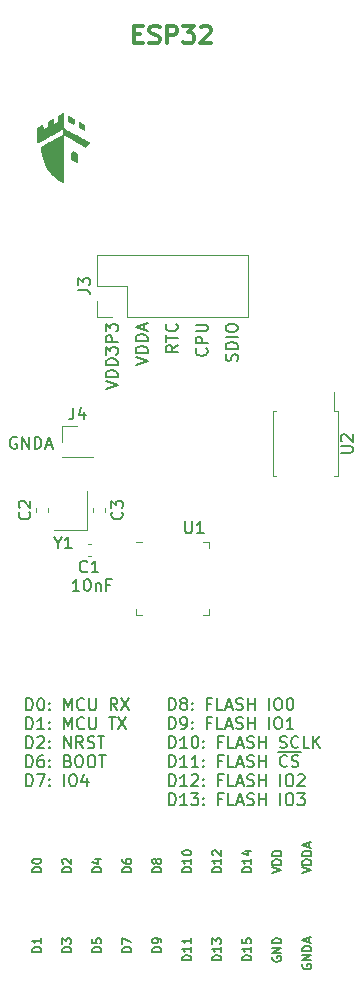
<source format=gbr>
G04 #@! TF.GenerationSoftware,KiCad,Pcbnew,5.99.0-unknown-3100cd3599~128~ubuntu20.04.1*
G04 #@! TF.CreationDate,2021-06-01T14:38:41+02:00*
G04 #@! TF.ProjectId,esp32,65737033-322e-46b6-9963-61645f706362,rev?*
G04 #@! TF.SameCoordinates,Original*
G04 #@! TF.FileFunction,Legend,Top*
G04 #@! TF.FilePolarity,Positive*
%FSLAX46Y46*%
G04 Gerber Fmt 4.6, Leading zero omitted, Abs format (unit mm)*
G04 Created by KiCad (PCBNEW 5.99.0-unknown-3100cd3599~128~ubuntu20.04.1) date 2021-06-01 14:38:41*
%MOMM*%
%LPD*%
G01*
G04 APERTURE LIST*
%ADD10C,0.150000*%
%ADD11C,0.200000*%
%ADD12C,0.300000*%
%ADD13C,0.120000*%
%ADD14C,0.010000*%
G04 APERTURE END LIST*
D10*
X54359404Y-127052380D02*
X53787976Y-127052380D01*
X54073690Y-127052380D02*
X54073690Y-126052380D01*
X53978452Y-126195238D01*
X53883214Y-126290476D01*
X53787976Y-126338095D01*
X54978452Y-126052380D02*
X55073690Y-126052380D01*
X55168928Y-126100000D01*
X55216547Y-126147619D01*
X55264166Y-126242857D01*
X55311785Y-126433333D01*
X55311785Y-126671428D01*
X55264166Y-126861904D01*
X55216547Y-126957142D01*
X55168928Y-127004761D01*
X55073690Y-127052380D01*
X54978452Y-127052380D01*
X54883214Y-127004761D01*
X54835595Y-126957142D01*
X54787976Y-126861904D01*
X54740357Y-126671428D01*
X54740357Y-126433333D01*
X54787976Y-126242857D01*
X54835595Y-126147619D01*
X54883214Y-126100000D01*
X54978452Y-126052380D01*
X55740357Y-126385714D02*
X55740357Y-127052380D01*
X55740357Y-126480952D02*
X55787976Y-126433333D01*
X55883214Y-126385714D01*
X56026071Y-126385714D01*
X56121309Y-126433333D01*
X56168928Y-126528571D01*
X56168928Y-127052380D01*
X56978452Y-126528571D02*
X56645119Y-126528571D01*
X56645119Y-127052380D02*
X56645119Y-126052380D01*
X57121309Y-126052380D01*
D11*
X61968095Y-137127380D02*
X61968095Y-136127380D01*
X62206190Y-136127380D01*
X62349047Y-136175000D01*
X62444285Y-136270238D01*
X62491904Y-136365476D01*
X62539523Y-136555952D01*
X62539523Y-136698809D01*
X62491904Y-136889285D01*
X62444285Y-136984523D01*
X62349047Y-137079761D01*
X62206190Y-137127380D01*
X61968095Y-137127380D01*
X63110952Y-136555952D02*
X63015714Y-136508333D01*
X62968095Y-136460714D01*
X62920476Y-136365476D01*
X62920476Y-136317857D01*
X62968095Y-136222619D01*
X63015714Y-136175000D01*
X63110952Y-136127380D01*
X63301428Y-136127380D01*
X63396666Y-136175000D01*
X63444285Y-136222619D01*
X63491904Y-136317857D01*
X63491904Y-136365476D01*
X63444285Y-136460714D01*
X63396666Y-136508333D01*
X63301428Y-136555952D01*
X63110952Y-136555952D01*
X63015714Y-136603571D01*
X62968095Y-136651190D01*
X62920476Y-136746428D01*
X62920476Y-136936904D01*
X62968095Y-137032142D01*
X63015714Y-137079761D01*
X63110952Y-137127380D01*
X63301428Y-137127380D01*
X63396666Y-137079761D01*
X63444285Y-137032142D01*
X63491904Y-136936904D01*
X63491904Y-136746428D01*
X63444285Y-136651190D01*
X63396666Y-136603571D01*
X63301428Y-136555952D01*
X63920476Y-137032142D02*
X63968095Y-137079761D01*
X63920476Y-137127380D01*
X63872857Y-137079761D01*
X63920476Y-137032142D01*
X63920476Y-137127380D01*
X63920476Y-136508333D02*
X63968095Y-136555952D01*
X63920476Y-136603571D01*
X63872857Y-136555952D01*
X63920476Y-136508333D01*
X63920476Y-136603571D01*
X65491904Y-136603571D02*
X65158571Y-136603571D01*
X65158571Y-137127380D02*
X65158571Y-136127380D01*
X65634761Y-136127380D01*
X66491904Y-137127380D02*
X66015714Y-137127380D01*
X66015714Y-136127380D01*
X66777619Y-136841666D02*
X67253809Y-136841666D01*
X66682380Y-137127380D02*
X67015714Y-136127380D01*
X67349047Y-137127380D01*
X67634761Y-137079761D02*
X67777619Y-137127380D01*
X68015714Y-137127380D01*
X68110952Y-137079761D01*
X68158571Y-137032142D01*
X68206190Y-136936904D01*
X68206190Y-136841666D01*
X68158571Y-136746428D01*
X68110952Y-136698809D01*
X68015714Y-136651190D01*
X67825238Y-136603571D01*
X67730000Y-136555952D01*
X67682380Y-136508333D01*
X67634761Y-136413095D01*
X67634761Y-136317857D01*
X67682380Y-136222619D01*
X67730000Y-136175000D01*
X67825238Y-136127380D01*
X68063333Y-136127380D01*
X68206190Y-136175000D01*
X68634761Y-137127380D02*
X68634761Y-136127380D01*
X68634761Y-136603571D02*
X69206190Y-136603571D01*
X69206190Y-137127380D02*
X69206190Y-136127380D01*
X70444285Y-137127380D02*
X70444285Y-136127380D01*
X71110952Y-136127380D02*
X71301428Y-136127380D01*
X71396666Y-136175000D01*
X71491904Y-136270238D01*
X71539523Y-136460714D01*
X71539523Y-136794047D01*
X71491904Y-136984523D01*
X71396666Y-137079761D01*
X71301428Y-137127380D01*
X71110952Y-137127380D01*
X71015714Y-137079761D01*
X70920476Y-136984523D01*
X70872857Y-136794047D01*
X70872857Y-136460714D01*
X70920476Y-136270238D01*
X71015714Y-136175000D01*
X71110952Y-136127380D01*
X72158571Y-136127380D02*
X72253809Y-136127380D01*
X72349047Y-136175000D01*
X72396666Y-136222619D01*
X72444285Y-136317857D01*
X72491904Y-136508333D01*
X72491904Y-136746428D01*
X72444285Y-136936904D01*
X72396666Y-137032142D01*
X72349047Y-137079761D01*
X72253809Y-137127380D01*
X72158571Y-137127380D01*
X72063333Y-137079761D01*
X72015714Y-137032142D01*
X71968095Y-136936904D01*
X71920476Y-136746428D01*
X71920476Y-136508333D01*
X71968095Y-136317857D01*
X72015714Y-136222619D01*
X72063333Y-136175000D01*
X72158571Y-136127380D01*
X61968095Y-138737380D02*
X61968095Y-137737380D01*
X62206190Y-137737380D01*
X62349047Y-137785000D01*
X62444285Y-137880238D01*
X62491904Y-137975476D01*
X62539523Y-138165952D01*
X62539523Y-138308809D01*
X62491904Y-138499285D01*
X62444285Y-138594523D01*
X62349047Y-138689761D01*
X62206190Y-138737380D01*
X61968095Y-138737380D01*
X63015714Y-138737380D02*
X63206190Y-138737380D01*
X63301428Y-138689761D01*
X63349047Y-138642142D01*
X63444285Y-138499285D01*
X63491904Y-138308809D01*
X63491904Y-137927857D01*
X63444285Y-137832619D01*
X63396666Y-137785000D01*
X63301428Y-137737380D01*
X63110952Y-137737380D01*
X63015714Y-137785000D01*
X62968095Y-137832619D01*
X62920476Y-137927857D01*
X62920476Y-138165952D01*
X62968095Y-138261190D01*
X63015714Y-138308809D01*
X63110952Y-138356428D01*
X63301428Y-138356428D01*
X63396666Y-138308809D01*
X63444285Y-138261190D01*
X63491904Y-138165952D01*
X63920476Y-138642142D02*
X63968095Y-138689761D01*
X63920476Y-138737380D01*
X63872857Y-138689761D01*
X63920476Y-138642142D01*
X63920476Y-138737380D01*
X63920476Y-138118333D02*
X63968095Y-138165952D01*
X63920476Y-138213571D01*
X63872857Y-138165952D01*
X63920476Y-138118333D01*
X63920476Y-138213571D01*
X65491904Y-138213571D02*
X65158571Y-138213571D01*
X65158571Y-138737380D02*
X65158571Y-137737380D01*
X65634761Y-137737380D01*
X66491904Y-138737380D02*
X66015714Y-138737380D01*
X66015714Y-137737380D01*
X66777619Y-138451666D02*
X67253809Y-138451666D01*
X66682380Y-138737380D02*
X67015714Y-137737380D01*
X67349047Y-138737380D01*
X67634761Y-138689761D02*
X67777619Y-138737380D01*
X68015714Y-138737380D01*
X68110952Y-138689761D01*
X68158571Y-138642142D01*
X68206190Y-138546904D01*
X68206190Y-138451666D01*
X68158571Y-138356428D01*
X68110952Y-138308809D01*
X68015714Y-138261190D01*
X67825238Y-138213571D01*
X67730000Y-138165952D01*
X67682380Y-138118333D01*
X67634761Y-138023095D01*
X67634761Y-137927857D01*
X67682380Y-137832619D01*
X67730000Y-137785000D01*
X67825238Y-137737380D01*
X68063333Y-137737380D01*
X68206190Y-137785000D01*
X68634761Y-138737380D02*
X68634761Y-137737380D01*
X68634761Y-138213571D02*
X69206190Y-138213571D01*
X69206190Y-138737380D02*
X69206190Y-137737380D01*
X70444285Y-138737380D02*
X70444285Y-137737380D01*
X71110952Y-137737380D02*
X71301428Y-137737380D01*
X71396666Y-137785000D01*
X71491904Y-137880238D01*
X71539523Y-138070714D01*
X71539523Y-138404047D01*
X71491904Y-138594523D01*
X71396666Y-138689761D01*
X71301428Y-138737380D01*
X71110952Y-138737380D01*
X71015714Y-138689761D01*
X70920476Y-138594523D01*
X70872857Y-138404047D01*
X70872857Y-138070714D01*
X70920476Y-137880238D01*
X71015714Y-137785000D01*
X71110952Y-137737380D01*
X72491904Y-138737380D02*
X71920476Y-138737380D01*
X72206190Y-138737380D02*
X72206190Y-137737380D01*
X72110952Y-137880238D01*
X72015714Y-137975476D01*
X71920476Y-138023095D01*
X61968095Y-140347380D02*
X61968095Y-139347380D01*
X62206190Y-139347380D01*
X62349047Y-139395000D01*
X62444285Y-139490238D01*
X62491904Y-139585476D01*
X62539523Y-139775952D01*
X62539523Y-139918809D01*
X62491904Y-140109285D01*
X62444285Y-140204523D01*
X62349047Y-140299761D01*
X62206190Y-140347380D01*
X61968095Y-140347380D01*
X63491904Y-140347380D02*
X62920476Y-140347380D01*
X63206190Y-140347380D02*
X63206190Y-139347380D01*
X63110952Y-139490238D01*
X63015714Y-139585476D01*
X62920476Y-139633095D01*
X64110952Y-139347380D02*
X64206190Y-139347380D01*
X64301428Y-139395000D01*
X64349047Y-139442619D01*
X64396666Y-139537857D01*
X64444285Y-139728333D01*
X64444285Y-139966428D01*
X64396666Y-140156904D01*
X64349047Y-140252142D01*
X64301428Y-140299761D01*
X64206190Y-140347380D01*
X64110952Y-140347380D01*
X64015714Y-140299761D01*
X63968095Y-140252142D01*
X63920476Y-140156904D01*
X63872857Y-139966428D01*
X63872857Y-139728333D01*
X63920476Y-139537857D01*
X63968095Y-139442619D01*
X64015714Y-139395000D01*
X64110952Y-139347380D01*
X64872857Y-140252142D02*
X64920476Y-140299761D01*
X64872857Y-140347380D01*
X64825238Y-140299761D01*
X64872857Y-140252142D01*
X64872857Y-140347380D01*
X64872857Y-139728333D02*
X64920476Y-139775952D01*
X64872857Y-139823571D01*
X64825238Y-139775952D01*
X64872857Y-139728333D01*
X64872857Y-139823571D01*
X66444285Y-139823571D02*
X66110952Y-139823571D01*
X66110952Y-140347380D02*
X66110952Y-139347380D01*
X66587142Y-139347380D01*
X67444285Y-140347380D02*
X66968095Y-140347380D01*
X66968095Y-139347380D01*
X67730000Y-140061666D02*
X68206190Y-140061666D01*
X67634761Y-140347380D02*
X67968095Y-139347380D01*
X68301428Y-140347380D01*
X68587142Y-140299761D02*
X68730000Y-140347380D01*
X68968095Y-140347380D01*
X69063333Y-140299761D01*
X69110952Y-140252142D01*
X69158571Y-140156904D01*
X69158571Y-140061666D01*
X69110952Y-139966428D01*
X69063333Y-139918809D01*
X68968095Y-139871190D01*
X68777619Y-139823571D01*
X68682380Y-139775952D01*
X68634761Y-139728333D01*
X68587142Y-139633095D01*
X68587142Y-139537857D01*
X68634761Y-139442619D01*
X68682380Y-139395000D01*
X68777619Y-139347380D01*
X69015714Y-139347380D01*
X69158571Y-139395000D01*
X69587142Y-140347380D02*
X69587142Y-139347380D01*
X69587142Y-139823571D02*
X70158571Y-139823571D01*
X70158571Y-140347380D02*
X70158571Y-139347380D01*
X71349047Y-140299761D02*
X71491904Y-140347380D01*
X71730000Y-140347380D01*
X71825238Y-140299761D01*
X71872857Y-140252142D01*
X71920476Y-140156904D01*
X71920476Y-140061666D01*
X71872857Y-139966428D01*
X71825238Y-139918809D01*
X71730000Y-139871190D01*
X71539523Y-139823571D01*
X71444285Y-139775952D01*
X71396666Y-139728333D01*
X71349047Y-139633095D01*
X71349047Y-139537857D01*
X71396666Y-139442619D01*
X71444285Y-139395000D01*
X71539523Y-139347380D01*
X71777619Y-139347380D01*
X71920476Y-139395000D01*
X72920476Y-140252142D02*
X72872857Y-140299761D01*
X72730000Y-140347380D01*
X72634761Y-140347380D01*
X72491904Y-140299761D01*
X72396666Y-140204523D01*
X72349047Y-140109285D01*
X72301428Y-139918809D01*
X72301428Y-139775952D01*
X72349047Y-139585476D01*
X72396666Y-139490238D01*
X72491904Y-139395000D01*
X72634761Y-139347380D01*
X72730000Y-139347380D01*
X72872857Y-139395000D01*
X72920476Y-139442619D01*
X73825238Y-140347380D02*
X73349047Y-140347380D01*
X73349047Y-139347380D01*
X74158571Y-140347380D02*
X74158571Y-139347380D01*
X74730000Y-140347380D02*
X74301428Y-139775952D01*
X74730000Y-139347380D02*
X74158571Y-139918809D01*
X61968095Y-141957380D02*
X61968095Y-140957380D01*
X62206190Y-140957380D01*
X62349047Y-141005000D01*
X62444285Y-141100238D01*
X62491904Y-141195476D01*
X62539523Y-141385952D01*
X62539523Y-141528809D01*
X62491904Y-141719285D01*
X62444285Y-141814523D01*
X62349047Y-141909761D01*
X62206190Y-141957380D01*
X61968095Y-141957380D01*
X63491904Y-141957380D02*
X62920476Y-141957380D01*
X63206190Y-141957380D02*
X63206190Y-140957380D01*
X63110952Y-141100238D01*
X63015714Y-141195476D01*
X62920476Y-141243095D01*
X64444285Y-141957380D02*
X63872857Y-141957380D01*
X64158571Y-141957380D02*
X64158571Y-140957380D01*
X64063333Y-141100238D01*
X63968095Y-141195476D01*
X63872857Y-141243095D01*
X64872857Y-141862142D02*
X64920476Y-141909761D01*
X64872857Y-141957380D01*
X64825238Y-141909761D01*
X64872857Y-141862142D01*
X64872857Y-141957380D01*
X64872857Y-141338333D02*
X64920476Y-141385952D01*
X64872857Y-141433571D01*
X64825238Y-141385952D01*
X64872857Y-141338333D01*
X64872857Y-141433571D01*
X66444285Y-141433571D02*
X66110952Y-141433571D01*
X66110952Y-141957380D02*
X66110952Y-140957380D01*
X66587142Y-140957380D01*
X67444285Y-141957380D02*
X66968095Y-141957380D01*
X66968095Y-140957380D01*
X67730000Y-141671666D02*
X68206190Y-141671666D01*
X67634761Y-141957380D02*
X67968095Y-140957380D01*
X68301428Y-141957380D01*
X68587142Y-141909761D02*
X68730000Y-141957380D01*
X68968095Y-141957380D01*
X69063333Y-141909761D01*
X69110952Y-141862142D01*
X69158571Y-141766904D01*
X69158571Y-141671666D01*
X69110952Y-141576428D01*
X69063333Y-141528809D01*
X68968095Y-141481190D01*
X68777619Y-141433571D01*
X68682380Y-141385952D01*
X68634761Y-141338333D01*
X68587142Y-141243095D01*
X68587142Y-141147857D01*
X68634761Y-141052619D01*
X68682380Y-141005000D01*
X68777619Y-140957380D01*
X69015714Y-140957380D01*
X69158571Y-141005000D01*
X69587142Y-141957380D02*
X69587142Y-140957380D01*
X69587142Y-141433571D02*
X70158571Y-141433571D01*
X70158571Y-141957380D02*
X70158571Y-140957380D01*
X71158571Y-140675000D02*
X72158571Y-140675000D01*
X71968095Y-141862142D02*
X71920476Y-141909761D01*
X71777619Y-141957380D01*
X71682380Y-141957380D01*
X71539523Y-141909761D01*
X71444285Y-141814523D01*
X71396666Y-141719285D01*
X71349047Y-141528809D01*
X71349047Y-141385952D01*
X71396666Y-141195476D01*
X71444285Y-141100238D01*
X71539523Y-141005000D01*
X71682380Y-140957380D01*
X71777619Y-140957380D01*
X71920476Y-141005000D01*
X71968095Y-141052619D01*
X72158571Y-140675000D02*
X73110952Y-140675000D01*
X72349047Y-141909761D02*
X72491904Y-141957380D01*
X72730000Y-141957380D01*
X72825238Y-141909761D01*
X72872857Y-141862142D01*
X72920476Y-141766904D01*
X72920476Y-141671666D01*
X72872857Y-141576428D01*
X72825238Y-141528809D01*
X72730000Y-141481190D01*
X72539523Y-141433571D01*
X72444285Y-141385952D01*
X72396666Y-141338333D01*
X72349047Y-141243095D01*
X72349047Y-141147857D01*
X72396666Y-141052619D01*
X72444285Y-141005000D01*
X72539523Y-140957380D01*
X72777619Y-140957380D01*
X72920476Y-141005000D01*
X61968095Y-143567380D02*
X61968095Y-142567380D01*
X62206190Y-142567380D01*
X62349047Y-142615000D01*
X62444285Y-142710238D01*
X62491904Y-142805476D01*
X62539523Y-142995952D01*
X62539523Y-143138809D01*
X62491904Y-143329285D01*
X62444285Y-143424523D01*
X62349047Y-143519761D01*
X62206190Y-143567380D01*
X61968095Y-143567380D01*
X63491904Y-143567380D02*
X62920476Y-143567380D01*
X63206190Y-143567380D02*
X63206190Y-142567380D01*
X63110952Y-142710238D01*
X63015714Y-142805476D01*
X62920476Y-142853095D01*
X63872857Y-142662619D02*
X63920476Y-142615000D01*
X64015714Y-142567380D01*
X64253809Y-142567380D01*
X64349047Y-142615000D01*
X64396666Y-142662619D01*
X64444285Y-142757857D01*
X64444285Y-142853095D01*
X64396666Y-142995952D01*
X63825238Y-143567380D01*
X64444285Y-143567380D01*
X64872857Y-143472142D02*
X64920476Y-143519761D01*
X64872857Y-143567380D01*
X64825238Y-143519761D01*
X64872857Y-143472142D01*
X64872857Y-143567380D01*
X64872857Y-142948333D02*
X64920476Y-142995952D01*
X64872857Y-143043571D01*
X64825238Y-142995952D01*
X64872857Y-142948333D01*
X64872857Y-143043571D01*
X66444285Y-143043571D02*
X66110952Y-143043571D01*
X66110952Y-143567380D02*
X66110952Y-142567380D01*
X66587142Y-142567380D01*
X67444285Y-143567380D02*
X66968095Y-143567380D01*
X66968095Y-142567380D01*
X67730000Y-143281666D02*
X68206190Y-143281666D01*
X67634761Y-143567380D02*
X67968095Y-142567380D01*
X68301428Y-143567380D01*
X68587142Y-143519761D02*
X68730000Y-143567380D01*
X68968095Y-143567380D01*
X69063333Y-143519761D01*
X69110952Y-143472142D01*
X69158571Y-143376904D01*
X69158571Y-143281666D01*
X69110952Y-143186428D01*
X69063333Y-143138809D01*
X68968095Y-143091190D01*
X68777619Y-143043571D01*
X68682380Y-142995952D01*
X68634761Y-142948333D01*
X68587142Y-142853095D01*
X68587142Y-142757857D01*
X68634761Y-142662619D01*
X68682380Y-142615000D01*
X68777619Y-142567380D01*
X69015714Y-142567380D01*
X69158571Y-142615000D01*
X69587142Y-143567380D02*
X69587142Y-142567380D01*
X69587142Y-143043571D02*
X70158571Y-143043571D01*
X70158571Y-143567380D02*
X70158571Y-142567380D01*
X71396666Y-143567380D02*
X71396666Y-142567380D01*
X72063333Y-142567380D02*
X72253809Y-142567380D01*
X72349047Y-142615000D01*
X72444285Y-142710238D01*
X72491904Y-142900714D01*
X72491904Y-143234047D01*
X72444285Y-143424523D01*
X72349047Y-143519761D01*
X72253809Y-143567380D01*
X72063333Y-143567380D01*
X71968095Y-143519761D01*
X71872857Y-143424523D01*
X71825238Y-143234047D01*
X71825238Y-142900714D01*
X71872857Y-142710238D01*
X71968095Y-142615000D01*
X72063333Y-142567380D01*
X72872857Y-142662619D02*
X72920476Y-142615000D01*
X73015714Y-142567380D01*
X73253809Y-142567380D01*
X73349047Y-142615000D01*
X73396666Y-142662619D01*
X73444285Y-142757857D01*
X73444285Y-142853095D01*
X73396666Y-142995952D01*
X72825238Y-143567380D01*
X73444285Y-143567380D01*
X61968095Y-145177380D02*
X61968095Y-144177380D01*
X62206190Y-144177380D01*
X62349047Y-144225000D01*
X62444285Y-144320238D01*
X62491904Y-144415476D01*
X62539523Y-144605952D01*
X62539523Y-144748809D01*
X62491904Y-144939285D01*
X62444285Y-145034523D01*
X62349047Y-145129761D01*
X62206190Y-145177380D01*
X61968095Y-145177380D01*
X63491904Y-145177380D02*
X62920476Y-145177380D01*
X63206190Y-145177380D02*
X63206190Y-144177380D01*
X63110952Y-144320238D01*
X63015714Y-144415476D01*
X62920476Y-144463095D01*
X63825238Y-144177380D02*
X64444285Y-144177380D01*
X64110952Y-144558333D01*
X64253809Y-144558333D01*
X64349047Y-144605952D01*
X64396666Y-144653571D01*
X64444285Y-144748809D01*
X64444285Y-144986904D01*
X64396666Y-145082142D01*
X64349047Y-145129761D01*
X64253809Y-145177380D01*
X63968095Y-145177380D01*
X63872857Y-145129761D01*
X63825238Y-145082142D01*
X64872857Y-145082142D02*
X64920476Y-145129761D01*
X64872857Y-145177380D01*
X64825238Y-145129761D01*
X64872857Y-145082142D01*
X64872857Y-145177380D01*
X64872857Y-144558333D02*
X64920476Y-144605952D01*
X64872857Y-144653571D01*
X64825238Y-144605952D01*
X64872857Y-144558333D01*
X64872857Y-144653571D01*
X66444285Y-144653571D02*
X66110952Y-144653571D01*
X66110952Y-145177380D02*
X66110952Y-144177380D01*
X66587142Y-144177380D01*
X67444285Y-145177380D02*
X66968095Y-145177380D01*
X66968095Y-144177380D01*
X67730000Y-144891666D02*
X68206190Y-144891666D01*
X67634761Y-145177380D02*
X67968095Y-144177380D01*
X68301428Y-145177380D01*
X68587142Y-145129761D02*
X68730000Y-145177380D01*
X68968095Y-145177380D01*
X69063333Y-145129761D01*
X69110952Y-145082142D01*
X69158571Y-144986904D01*
X69158571Y-144891666D01*
X69110952Y-144796428D01*
X69063333Y-144748809D01*
X68968095Y-144701190D01*
X68777619Y-144653571D01*
X68682380Y-144605952D01*
X68634761Y-144558333D01*
X68587142Y-144463095D01*
X68587142Y-144367857D01*
X68634761Y-144272619D01*
X68682380Y-144225000D01*
X68777619Y-144177380D01*
X69015714Y-144177380D01*
X69158571Y-144225000D01*
X69587142Y-145177380D02*
X69587142Y-144177380D01*
X69587142Y-144653571D02*
X70158571Y-144653571D01*
X70158571Y-145177380D02*
X70158571Y-144177380D01*
X71396666Y-145177380D02*
X71396666Y-144177380D01*
X72063333Y-144177380D02*
X72253809Y-144177380D01*
X72349047Y-144225000D01*
X72444285Y-144320238D01*
X72491904Y-144510714D01*
X72491904Y-144844047D01*
X72444285Y-145034523D01*
X72349047Y-145129761D01*
X72253809Y-145177380D01*
X72063333Y-145177380D01*
X71968095Y-145129761D01*
X71872857Y-145034523D01*
X71825238Y-144844047D01*
X71825238Y-144510714D01*
X71872857Y-144320238D01*
X71968095Y-144225000D01*
X72063333Y-144177380D01*
X72825238Y-144177380D02*
X73444285Y-144177380D01*
X73110952Y-144558333D01*
X73253809Y-144558333D01*
X73349047Y-144605952D01*
X73396666Y-144653571D01*
X73444285Y-144748809D01*
X73444285Y-144986904D01*
X73396666Y-145082142D01*
X73349047Y-145129761D01*
X73253809Y-145177380D01*
X72968095Y-145177380D01*
X72872857Y-145129761D01*
X72825238Y-145082142D01*
D10*
X73285000Y-158664642D02*
X73249285Y-158736071D01*
X73249285Y-158843214D01*
X73285000Y-158950357D01*
X73356428Y-159021785D01*
X73427857Y-159057500D01*
X73570714Y-159093214D01*
X73677857Y-159093214D01*
X73820714Y-159057500D01*
X73892142Y-159021785D01*
X73963571Y-158950357D01*
X73999285Y-158843214D01*
X73999285Y-158771785D01*
X73963571Y-158664642D01*
X73927857Y-158628928D01*
X73677857Y-158628928D01*
X73677857Y-158771785D01*
X73999285Y-158307500D02*
X73249285Y-158307500D01*
X73999285Y-157878928D01*
X73249285Y-157878928D01*
X73999285Y-157521785D02*
X73249285Y-157521785D01*
X73249285Y-157343214D01*
X73285000Y-157236071D01*
X73356428Y-157164642D01*
X73427857Y-157128928D01*
X73570714Y-157093214D01*
X73677857Y-157093214D01*
X73820714Y-157128928D01*
X73892142Y-157164642D01*
X73963571Y-157236071D01*
X73999285Y-157343214D01*
X73999285Y-157521785D01*
X73785000Y-156807500D02*
X73785000Y-156450357D01*
X73999285Y-156878928D02*
X73249285Y-156628928D01*
X73999285Y-156378928D01*
X70745000Y-158021785D02*
X70709285Y-158093214D01*
X70709285Y-158200357D01*
X70745000Y-158307500D01*
X70816428Y-158378928D01*
X70887857Y-158414642D01*
X71030714Y-158450357D01*
X71137857Y-158450357D01*
X71280714Y-158414642D01*
X71352142Y-158378928D01*
X71423571Y-158307500D01*
X71459285Y-158200357D01*
X71459285Y-158128928D01*
X71423571Y-158021785D01*
X71387857Y-157986071D01*
X71137857Y-157986071D01*
X71137857Y-158128928D01*
X71459285Y-157664642D02*
X70709285Y-157664642D01*
X71459285Y-157236071D01*
X70709285Y-157236071D01*
X71459285Y-156878928D02*
X70709285Y-156878928D01*
X70709285Y-156700357D01*
X70745000Y-156593214D01*
X70816428Y-156521785D01*
X70887857Y-156486071D01*
X71030714Y-156450357D01*
X71137857Y-156450357D01*
X71280714Y-156486071D01*
X71352142Y-156521785D01*
X71423571Y-156593214D01*
X71459285Y-156700357D01*
X71459285Y-156878928D01*
X68919285Y-158307500D02*
X68169285Y-158307500D01*
X68169285Y-158128928D01*
X68205000Y-158021785D01*
X68276428Y-157950357D01*
X68347857Y-157914642D01*
X68490714Y-157878928D01*
X68597857Y-157878928D01*
X68740714Y-157914642D01*
X68812142Y-157950357D01*
X68883571Y-158021785D01*
X68919285Y-158128928D01*
X68919285Y-158307500D01*
X68919285Y-157164642D02*
X68919285Y-157593214D01*
X68919285Y-157378928D02*
X68169285Y-157378928D01*
X68276428Y-157450357D01*
X68347857Y-157521785D01*
X68383571Y-157593214D01*
X68169285Y-156486071D02*
X68169285Y-156843214D01*
X68526428Y-156878928D01*
X68490714Y-156843214D01*
X68455000Y-156771785D01*
X68455000Y-156593214D01*
X68490714Y-156521785D01*
X68526428Y-156486071D01*
X68597857Y-156450357D01*
X68776428Y-156450357D01*
X68847857Y-156486071D01*
X68883571Y-156521785D01*
X68919285Y-156593214D01*
X68919285Y-156771785D01*
X68883571Y-156843214D01*
X68847857Y-156878928D01*
X66379285Y-158307500D02*
X65629285Y-158307500D01*
X65629285Y-158128928D01*
X65665000Y-158021785D01*
X65736428Y-157950357D01*
X65807857Y-157914642D01*
X65950714Y-157878928D01*
X66057857Y-157878928D01*
X66200714Y-157914642D01*
X66272142Y-157950357D01*
X66343571Y-158021785D01*
X66379285Y-158128928D01*
X66379285Y-158307500D01*
X66379285Y-157164642D02*
X66379285Y-157593214D01*
X66379285Y-157378928D02*
X65629285Y-157378928D01*
X65736428Y-157450357D01*
X65807857Y-157521785D01*
X65843571Y-157593214D01*
X65629285Y-156914642D02*
X65629285Y-156450357D01*
X65915000Y-156700357D01*
X65915000Y-156593214D01*
X65950714Y-156521785D01*
X65986428Y-156486071D01*
X66057857Y-156450357D01*
X66236428Y-156450357D01*
X66307857Y-156486071D01*
X66343571Y-156521785D01*
X66379285Y-156593214D01*
X66379285Y-156807500D01*
X66343571Y-156878928D01*
X66307857Y-156914642D01*
X63839285Y-158307500D02*
X63089285Y-158307500D01*
X63089285Y-158128928D01*
X63125000Y-158021785D01*
X63196428Y-157950357D01*
X63267857Y-157914642D01*
X63410714Y-157878928D01*
X63517857Y-157878928D01*
X63660714Y-157914642D01*
X63732142Y-157950357D01*
X63803571Y-158021785D01*
X63839285Y-158128928D01*
X63839285Y-158307500D01*
X63839285Y-157164642D02*
X63839285Y-157593214D01*
X63839285Y-157378928D02*
X63089285Y-157378928D01*
X63196428Y-157450357D01*
X63267857Y-157521785D01*
X63303571Y-157593214D01*
X63839285Y-156450357D02*
X63839285Y-156878928D01*
X63839285Y-156664642D02*
X63089285Y-156664642D01*
X63196428Y-156736071D01*
X63267857Y-156807500D01*
X63303571Y-156878928D01*
X61299285Y-157593214D02*
X60549285Y-157593214D01*
X60549285Y-157414642D01*
X60585000Y-157307500D01*
X60656428Y-157236071D01*
X60727857Y-157200357D01*
X60870714Y-157164642D01*
X60977857Y-157164642D01*
X61120714Y-157200357D01*
X61192142Y-157236071D01*
X61263571Y-157307500D01*
X61299285Y-157414642D01*
X61299285Y-157593214D01*
X61299285Y-156807500D02*
X61299285Y-156664642D01*
X61263571Y-156593214D01*
X61227857Y-156557500D01*
X61120714Y-156486071D01*
X60977857Y-156450357D01*
X60692142Y-156450357D01*
X60620714Y-156486071D01*
X60585000Y-156521785D01*
X60549285Y-156593214D01*
X60549285Y-156736071D01*
X60585000Y-156807500D01*
X60620714Y-156843214D01*
X60692142Y-156878928D01*
X60870714Y-156878928D01*
X60942142Y-156843214D01*
X60977857Y-156807500D01*
X61013571Y-156736071D01*
X61013571Y-156593214D01*
X60977857Y-156521785D01*
X60942142Y-156486071D01*
X60870714Y-156450357D01*
X58759285Y-157593214D02*
X58009285Y-157593214D01*
X58009285Y-157414642D01*
X58045000Y-157307500D01*
X58116428Y-157236071D01*
X58187857Y-157200357D01*
X58330714Y-157164642D01*
X58437857Y-157164642D01*
X58580714Y-157200357D01*
X58652142Y-157236071D01*
X58723571Y-157307500D01*
X58759285Y-157414642D01*
X58759285Y-157593214D01*
X58009285Y-156914642D02*
X58009285Y-156414642D01*
X58759285Y-156736071D01*
X56219285Y-157593214D02*
X55469285Y-157593214D01*
X55469285Y-157414642D01*
X55505000Y-157307500D01*
X55576428Y-157236071D01*
X55647857Y-157200357D01*
X55790714Y-157164642D01*
X55897857Y-157164642D01*
X56040714Y-157200357D01*
X56112142Y-157236071D01*
X56183571Y-157307500D01*
X56219285Y-157414642D01*
X56219285Y-157593214D01*
X55469285Y-156486071D02*
X55469285Y-156843214D01*
X55826428Y-156878928D01*
X55790714Y-156843214D01*
X55755000Y-156771785D01*
X55755000Y-156593214D01*
X55790714Y-156521785D01*
X55826428Y-156486071D01*
X55897857Y-156450357D01*
X56076428Y-156450357D01*
X56147857Y-156486071D01*
X56183571Y-156521785D01*
X56219285Y-156593214D01*
X56219285Y-156771785D01*
X56183571Y-156843214D01*
X56147857Y-156878928D01*
X53679285Y-157593214D02*
X52929285Y-157593214D01*
X52929285Y-157414642D01*
X52965000Y-157307500D01*
X53036428Y-157236071D01*
X53107857Y-157200357D01*
X53250714Y-157164642D01*
X53357857Y-157164642D01*
X53500714Y-157200357D01*
X53572142Y-157236071D01*
X53643571Y-157307500D01*
X53679285Y-157414642D01*
X53679285Y-157593214D01*
X52929285Y-156914642D02*
X52929285Y-156450357D01*
X53215000Y-156700357D01*
X53215000Y-156593214D01*
X53250714Y-156521785D01*
X53286428Y-156486071D01*
X53357857Y-156450357D01*
X53536428Y-156450357D01*
X53607857Y-156486071D01*
X53643571Y-156521785D01*
X53679285Y-156593214D01*
X53679285Y-156807500D01*
X53643571Y-156878928D01*
X53607857Y-156914642D01*
X51139285Y-157593214D02*
X50389285Y-157593214D01*
X50389285Y-157414642D01*
X50425000Y-157307500D01*
X50496428Y-157236071D01*
X50567857Y-157200357D01*
X50710714Y-157164642D01*
X50817857Y-157164642D01*
X50960714Y-157200357D01*
X51032142Y-157236071D01*
X51103571Y-157307500D01*
X51139285Y-157414642D01*
X51139285Y-157593214D01*
X51139285Y-156450357D02*
X51139285Y-156878928D01*
X51139285Y-156664642D02*
X50389285Y-156664642D01*
X50496428Y-156736071D01*
X50567857Y-156807500D01*
X50603571Y-156878928D01*
X51139285Y-150853928D02*
X50389285Y-150853928D01*
X50389285Y-150675357D01*
X50425000Y-150568214D01*
X50496428Y-150496785D01*
X50567857Y-150461071D01*
X50710714Y-150425357D01*
X50817857Y-150425357D01*
X50960714Y-150461071D01*
X51032142Y-150496785D01*
X51103571Y-150568214D01*
X51139285Y-150675357D01*
X51139285Y-150853928D01*
X50389285Y-149961071D02*
X50389285Y-149889642D01*
X50425000Y-149818214D01*
X50460714Y-149782500D01*
X50532142Y-149746785D01*
X50675000Y-149711071D01*
X50853571Y-149711071D01*
X50996428Y-149746785D01*
X51067857Y-149782500D01*
X51103571Y-149818214D01*
X51139285Y-149889642D01*
X51139285Y-149961071D01*
X51103571Y-150032500D01*
X51067857Y-150068214D01*
X50996428Y-150103928D01*
X50853571Y-150139642D01*
X50675000Y-150139642D01*
X50532142Y-150103928D01*
X50460714Y-150068214D01*
X50425000Y-150032500D01*
X50389285Y-149961071D01*
X53679285Y-150853928D02*
X52929285Y-150853928D01*
X52929285Y-150675357D01*
X52965000Y-150568214D01*
X53036428Y-150496785D01*
X53107857Y-150461071D01*
X53250714Y-150425357D01*
X53357857Y-150425357D01*
X53500714Y-150461071D01*
X53572142Y-150496785D01*
X53643571Y-150568214D01*
X53679285Y-150675357D01*
X53679285Y-150853928D01*
X53000714Y-150139642D02*
X52965000Y-150103928D01*
X52929285Y-150032500D01*
X52929285Y-149853928D01*
X52965000Y-149782500D01*
X53000714Y-149746785D01*
X53072142Y-149711071D01*
X53143571Y-149711071D01*
X53250714Y-149746785D01*
X53679285Y-150175357D01*
X53679285Y-149711071D01*
X56219285Y-150853928D02*
X55469285Y-150853928D01*
X55469285Y-150675357D01*
X55505000Y-150568214D01*
X55576428Y-150496785D01*
X55647857Y-150461071D01*
X55790714Y-150425357D01*
X55897857Y-150425357D01*
X56040714Y-150461071D01*
X56112142Y-150496785D01*
X56183571Y-150568214D01*
X56219285Y-150675357D01*
X56219285Y-150853928D01*
X55719285Y-149782500D02*
X56219285Y-149782500D01*
X55433571Y-149961071D02*
X55969285Y-150139642D01*
X55969285Y-149675357D01*
X58759285Y-150853928D02*
X58009285Y-150853928D01*
X58009285Y-150675357D01*
X58045000Y-150568214D01*
X58116428Y-150496785D01*
X58187857Y-150461071D01*
X58330714Y-150425357D01*
X58437857Y-150425357D01*
X58580714Y-150461071D01*
X58652142Y-150496785D01*
X58723571Y-150568214D01*
X58759285Y-150675357D01*
X58759285Y-150853928D01*
X58009285Y-149782500D02*
X58009285Y-149925357D01*
X58045000Y-149996785D01*
X58080714Y-150032500D01*
X58187857Y-150103928D01*
X58330714Y-150139642D01*
X58616428Y-150139642D01*
X58687857Y-150103928D01*
X58723571Y-150068214D01*
X58759285Y-149996785D01*
X58759285Y-149853928D01*
X58723571Y-149782500D01*
X58687857Y-149746785D01*
X58616428Y-149711071D01*
X58437857Y-149711071D01*
X58366428Y-149746785D01*
X58330714Y-149782500D01*
X58295000Y-149853928D01*
X58295000Y-149996785D01*
X58330714Y-150068214D01*
X58366428Y-150103928D01*
X58437857Y-150139642D01*
X61299285Y-150853928D02*
X60549285Y-150853928D01*
X60549285Y-150675357D01*
X60585000Y-150568214D01*
X60656428Y-150496785D01*
X60727857Y-150461071D01*
X60870714Y-150425357D01*
X60977857Y-150425357D01*
X61120714Y-150461071D01*
X61192142Y-150496785D01*
X61263571Y-150568214D01*
X61299285Y-150675357D01*
X61299285Y-150853928D01*
X60870714Y-149996785D02*
X60835000Y-150068214D01*
X60799285Y-150103928D01*
X60727857Y-150139642D01*
X60692142Y-150139642D01*
X60620714Y-150103928D01*
X60585000Y-150068214D01*
X60549285Y-149996785D01*
X60549285Y-149853928D01*
X60585000Y-149782500D01*
X60620714Y-149746785D01*
X60692142Y-149711071D01*
X60727857Y-149711071D01*
X60799285Y-149746785D01*
X60835000Y-149782500D01*
X60870714Y-149853928D01*
X60870714Y-149996785D01*
X60906428Y-150068214D01*
X60942142Y-150103928D01*
X61013571Y-150139642D01*
X61156428Y-150139642D01*
X61227857Y-150103928D01*
X61263571Y-150068214D01*
X61299285Y-149996785D01*
X61299285Y-149853928D01*
X61263571Y-149782500D01*
X61227857Y-149746785D01*
X61156428Y-149711071D01*
X61013571Y-149711071D01*
X60942142Y-149746785D01*
X60906428Y-149782500D01*
X60870714Y-149853928D01*
X63839285Y-150853928D02*
X63089285Y-150853928D01*
X63089285Y-150675357D01*
X63125000Y-150568214D01*
X63196428Y-150496785D01*
X63267857Y-150461071D01*
X63410714Y-150425357D01*
X63517857Y-150425357D01*
X63660714Y-150461071D01*
X63732142Y-150496785D01*
X63803571Y-150568214D01*
X63839285Y-150675357D01*
X63839285Y-150853928D01*
X63839285Y-149711071D02*
X63839285Y-150139642D01*
X63839285Y-149925357D02*
X63089285Y-149925357D01*
X63196428Y-149996785D01*
X63267857Y-150068214D01*
X63303571Y-150139642D01*
X63089285Y-149246785D02*
X63089285Y-149175357D01*
X63125000Y-149103928D01*
X63160714Y-149068214D01*
X63232142Y-149032500D01*
X63375000Y-148996785D01*
X63553571Y-148996785D01*
X63696428Y-149032500D01*
X63767857Y-149068214D01*
X63803571Y-149103928D01*
X63839285Y-149175357D01*
X63839285Y-149246785D01*
X63803571Y-149318214D01*
X63767857Y-149353928D01*
X63696428Y-149389642D01*
X63553571Y-149425357D01*
X63375000Y-149425357D01*
X63232142Y-149389642D01*
X63160714Y-149353928D01*
X63125000Y-149318214D01*
X63089285Y-149246785D01*
X66379285Y-150853928D02*
X65629285Y-150853928D01*
X65629285Y-150675357D01*
X65665000Y-150568214D01*
X65736428Y-150496785D01*
X65807857Y-150461071D01*
X65950714Y-150425357D01*
X66057857Y-150425357D01*
X66200714Y-150461071D01*
X66272142Y-150496785D01*
X66343571Y-150568214D01*
X66379285Y-150675357D01*
X66379285Y-150853928D01*
X66379285Y-149711071D02*
X66379285Y-150139642D01*
X66379285Y-149925357D02*
X65629285Y-149925357D01*
X65736428Y-149996785D01*
X65807857Y-150068214D01*
X65843571Y-150139642D01*
X65700714Y-149425357D02*
X65665000Y-149389642D01*
X65629285Y-149318214D01*
X65629285Y-149139642D01*
X65665000Y-149068214D01*
X65700714Y-149032500D01*
X65772142Y-148996785D01*
X65843571Y-148996785D01*
X65950714Y-149032500D01*
X66379285Y-149461071D01*
X66379285Y-148996785D01*
X68919285Y-150853928D02*
X68169285Y-150853928D01*
X68169285Y-150675357D01*
X68205000Y-150568214D01*
X68276428Y-150496785D01*
X68347857Y-150461071D01*
X68490714Y-150425357D01*
X68597857Y-150425357D01*
X68740714Y-150461071D01*
X68812142Y-150496785D01*
X68883571Y-150568214D01*
X68919285Y-150675357D01*
X68919285Y-150853928D01*
X68919285Y-149711071D02*
X68919285Y-150139642D01*
X68919285Y-149925357D02*
X68169285Y-149925357D01*
X68276428Y-149996785D01*
X68347857Y-150068214D01*
X68383571Y-150139642D01*
X68419285Y-149068214D02*
X68919285Y-149068214D01*
X68133571Y-149246785D02*
X68669285Y-149425357D01*
X68669285Y-148961071D01*
X70709285Y-150961071D02*
X71459285Y-150711071D01*
X70709285Y-150461071D01*
X71459285Y-150211071D02*
X70709285Y-150211071D01*
X70709285Y-150032500D01*
X70745000Y-149925357D01*
X70816428Y-149853928D01*
X70887857Y-149818214D01*
X71030714Y-149782500D01*
X71137857Y-149782500D01*
X71280714Y-149818214D01*
X71352142Y-149853928D01*
X71423571Y-149925357D01*
X71459285Y-150032500D01*
X71459285Y-150211071D01*
X71459285Y-149461071D02*
X70709285Y-149461071D01*
X70709285Y-149282500D01*
X70745000Y-149175357D01*
X70816428Y-149103928D01*
X70887857Y-149068214D01*
X71030714Y-149032500D01*
X71137857Y-149032500D01*
X71280714Y-149068214D01*
X71352142Y-149103928D01*
X71423571Y-149175357D01*
X71459285Y-149282500D01*
X71459285Y-149461071D01*
X73249285Y-150961071D02*
X73999285Y-150711071D01*
X73249285Y-150461071D01*
X73999285Y-150211071D02*
X73249285Y-150211071D01*
X73249285Y-150032500D01*
X73285000Y-149925357D01*
X73356428Y-149853928D01*
X73427857Y-149818214D01*
X73570714Y-149782500D01*
X73677857Y-149782500D01*
X73820714Y-149818214D01*
X73892142Y-149853928D01*
X73963571Y-149925357D01*
X73999285Y-150032500D01*
X73999285Y-150211071D01*
X73999285Y-149461071D02*
X73249285Y-149461071D01*
X73249285Y-149282500D01*
X73285000Y-149175357D01*
X73356428Y-149103928D01*
X73427857Y-149068214D01*
X73570714Y-149032500D01*
X73677857Y-149032500D01*
X73820714Y-149068214D01*
X73892142Y-149103928D01*
X73963571Y-149175357D01*
X73999285Y-149282500D01*
X73999285Y-149461071D01*
X73785000Y-148746785D02*
X73785000Y-148389642D01*
X73999285Y-148818214D02*
X73249285Y-148568214D01*
X73999285Y-148318214D01*
D11*
X59142380Y-107889047D02*
X60142380Y-107555714D01*
X59142380Y-107222380D01*
X60142380Y-106889047D02*
X59142380Y-106889047D01*
X59142380Y-106650952D01*
X59190000Y-106508095D01*
X59285238Y-106412857D01*
X59380476Y-106365238D01*
X59570952Y-106317619D01*
X59713809Y-106317619D01*
X59904285Y-106365238D01*
X59999523Y-106412857D01*
X60094761Y-106508095D01*
X60142380Y-106650952D01*
X60142380Y-106889047D01*
X60142380Y-105889047D02*
X59142380Y-105889047D01*
X59142380Y-105650952D01*
X59190000Y-105508095D01*
X59285238Y-105412857D01*
X59380476Y-105365238D01*
X59570952Y-105317619D01*
X59713809Y-105317619D01*
X59904285Y-105365238D01*
X59999523Y-105412857D01*
X60094761Y-105508095D01*
X60142380Y-105650952D01*
X60142380Y-105889047D01*
X59856666Y-104936666D02*
X59856666Y-104460476D01*
X60142380Y-105031904D02*
X59142380Y-104698571D01*
X60142380Y-104365238D01*
X49868095Y-137132380D02*
X49868095Y-136132380D01*
X50106190Y-136132380D01*
X50249047Y-136180000D01*
X50344285Y-136275238D01*
X50391904Y-136370476D01*
X50439523Y-136560952D01*
X50439523Y-136703809D01*
X50391904Y-136894285D01*
X50344285Y-136989523D01*
X50249047Y-137084761D01*
X50106190Y-137132380D01*
X49868095Y-137132380D01*
X51058571Y-136132380D02*
X51153809Y-136132380D01*
X51249047Y-136180000D01*
X51296666Y-136227619D01*
X51344285Y-136322857D01*
X51391904Y-136513333D01*
X51391904Y-136751428D01*
X51344285Y-136941904D01*
X51296666Y-137037142D01*
X51249047Y-137084761D01*
X51153809Y-137132380D01*
X51058571Y-137132380D01*
X50963333Y-137084761D01*
X50915714Y-137037142D01*
X50868095Y-136941904D01*
X50820476Y-136751428D01*
X50820476Y-136513333D01*
X50868095Y-136322857D01*
X50915714Y-136227619D01*
X50963333Y-136180000D01*
X51058571Y-136132380D01*
X51820476Y-137037142D02*
X51868095Y-137084761D01*
X51820476Y-137132380D01*
X51772857Y-137084761D01*
X51820476Y-137037142D01*
X51820476Y-137132380D01*
X51820476Y-136513333D02*
X51868095Y-136560952D01*
X51820476Y-136608571D01*
X51772857Y-136560952D01*
X51820476Y-136513333D01*
X51820476Y-136608571D01*
X53058571Y-137132380D02*
X53058571Y-136132380D01*
X53391904Y-136846666D01*
X53725238Y-136132380D01*
X53725238Y-137132380D01*
X54772857Y-137037142D02*
X54725238Y-137084761D01*
X54582380Y-137132380D01*
X54487142Y-137132380D01*
X54344285Y-137084761D01*
X54249047Y-136989523D01*
X54201428Y-136894285D01*
X54153809Y-136703809D01*
X54153809Y-136560952D01*
X54201428Y-136370476D01*
X54249047Y-136275238D01*
X54344285Y-136180000D01*
X54487142Y-136132380D01*
X54582380Y-136132380D01*
X54725238Y-136180000D01*
X54772857Y-136227619D01*
X55201428Y-136132380D02*
X55201428Y-136941904D01*
X55249047Y-137037142D01*
X55296666Y-137084761D01*
X55391904Y-137132380D01*
X55582380Y-137132380D01*
X55677619Y-137084761D01*
X55725238Y-137037142D01*
X55772857Y-136941904D01*
X55772857Y-136132380D01*
X57582380Y-137132380D02*
X57249047Y-136656190D01*
X57010952Y-137132380D02*
X57010952Y-136132380D01*
X57391904Y-136132380D01*
X57487142Y-136180000D01*
X57534761Y-136227619D01*
X57582380Y-136322857D01*
X57582380Y-136465714D01*
X57534761Y-136560952D01*
X57487142Y-136608571D01*
X57391904Y-136656190D01*
X57010952Y-136656190D01*
X57915714Y-136132380D02*
X58582380Y-137132380D01*
X58582380Y-136132380D02*
X57915714Y-137132380D01*
X49868095Y-138742380D02*
X49868095Y-137742380D01*
X50106190Y-137742380D01*
X50249047Y-137790000D01*
X50344285Y-137885238D01*
X50391904Y-137980476D01*
X50439523Y-138170952D01*
X50439523Y-138313809D01*
X50391904Y-138504285D01*
X50344285Y-138599523D01*
X50249047Y-138694761D01*
X50106190Y-138742380D01*
X49868095Y-138742380D01*
X51391904Y-138742380D02*
X50820476Y-138742380D01*
X51106190Y-138742380D02*
X51106190Y-137742380D01*
X51010952Y-137885238D01*
X50915714Y-137980476D01*
X50820476Y-138028095D01*
X51820476Y-138647142D02*
X51868095Y-138694761D01*
X51820476Y-138742380D01*
X51772857Y-138694761D01*
X51820476Y-138647142D01*
X51820476Y-138742380D01*
X51820476Y-138123333D02*
X51868095Y-138170952D01*
X51820476Y-138218571D01*
X51772857Y-138170952D01*
X51820476Y-138123333D01*
X51820476Y-138218571D01*
X53058571Y-138742380D02*
X53058571Y-137742380D01*
X53391904Y-138456666D01*
X53725238Y-137742380D01*
X53725238Y-138742380D01*
X54772857Y-138647142D02*
X54725238Y-138694761D01*
X54582380Y-138742380D01*
X54487142Y-138742380D01*
X54344285Y-138694761D01*
X54249047Y-138599523D01*
X54201428Y-138504285D01*
X54153809Y-138313809D01*
X54153809Y-138170952D01*
X54201428Y-137980476D01*
X54249047Y-137885238D01*
X54344285Y-137790000D01*
X54487142Y-137742380D01*
X54582380Y-137742380D01*
X54725238Y-137790000D01*
X54772857Y-137837619D01*
X55201428Y-137742380D02*
X55201428Y-138551904D01*
X55249047Y-138647142D01*
X55296666Y-138694761D01*
X55391904Y-138742380D01*
X55582380Y-138742380D01*
X55677619Y-138694761D01*
X55725238Y-138647142D01*
X55772857Y-138551904D01*
X55772857Y-137742380D01*
X56868095Y-137742380D02*
X57439523Y-137742380D01*
X57153809Y-138742380D02*
X57153809Y-137742380D01*
X57677619Y-137742380D02*
X58344285Y-138742380D01*
X58344285Y-137742380D02*
X57677619Y-138742380D01*
X49868095Y-140352380D02*
X49868095Y-139352380D01*
X50106190Y-139352380D01*
X50249047Y-139400000D01*
X50344285Y-139495238D01*
X50391904Y-139590476D01*
X50439523Y-139780952D01*
X50439523Y-139923809D01*
X50391904Y-140114285D01*
X50344285Y-140209523D01*
X50249047Y-140304761D01*
X50106190Y-140352380D01*
X49868095Y-140352380D01*
X50820476Y-139447619D02*
X50868095Y-139400000D01*
X50963333Y-139352380D01*
X51201428Y-139352380D01*
X51296666Y-139400000D01*
X51344285Y-139447619D01*
X51391904Y-139542857D01*
X51391904Y-139638095D01*
X51344285Y-139780952D01*
X50772857Y-140352380D01*
X51391904Y-140352380D01*
X51820476Y-140257142D02*
X51868095Y-140304761D01*
X51820476Y-140352380D01*
X51772857Y-140304761D01*
X51820476Y-140257142D01*
X51820476Y-140352380D01*
X51820476Y-139733333D02*
X51868095Y-139780952D01*
X51820476Y-139828571D01*
X51772857Y-139780952D01*
X51820476Y-139733333D01*
X51820476Y-139828571D01*
X53058571Y-140352380D02*
X53058571Y-139352380D01*
X53630000Y-140352380D01*
X53630000Y-139352380D01*
X54677619Y-140352380D02*
X54344285Y-139876190D01*
X54106190Y-140352380D02*
X54106190Y-139352380D01*
X54487142Y-139352380D01*
X54582380Y-139400000D01*
X54630000Y-139447619D01*
X54677619Y-139542857D01*
X54677619Y-139685714D01*
X54630000Y-139780952D01*
X54582380Y-139828571D01*
X54487142Y-139876190D01*
X54106190Y-139876190D01*
X55058571Y-140304761D02*
X55201428Y-140352380D01*
X55439523Y-140352380D01*
X55534761Y-140304761D01*
X55582380Y-140257142D01*
X55630000Y-140161904D01*
X55630000Y-140066666D01*
X55582380Y-139971428D01*
X55534761Y-139923809D01*
X55439523Y-139876190D01*
X55249047Y-139828571D01*
X55153809Y-139780952D01*
X55106190Y-139733333D01*
X55058571Y-139638095D01*
X55058571Y-139542857D01*
X55106190Y-139447619D01*
X55153809Y-139400000D01*
X55249047Y-139352380D01*
X55487142Y-139352380D01*
X55630000Y-139400000D01*
X55915714Y-139352380D02*
X56487142Y-139352380D01*
X56201428Y-140352380D02*
X56201428Y-139352380D01*
X49868095Y-141962380D02*
X49868095Y-140962380D01*
X50106190Y-140962380D01*
X50249047Y-141010000D01*
X50344285Y-141105238D01*
X50391904Y-141200476D01*
X50439523Y-141390952D01*
X50439523Y-141533809D01*
X50391904Y-141724285D01*
X50344285Y-141819523D01*
X50249047Y-141914761D01*
X50106190Y-141962380D01*
X49868095Y-141962380D01*
X51296666Y-140962380D02*
X51106190Y-140962380D01*
X51010952Y-141010000D01*
X50963333Y-141057619D01*
X50868095Y-141200476D01*
X50820476Y-141390952D01*
X50820476Y-141771904D01*
X50868095Y-141867142D01*
X50915714Y-141914761D01*
X51010952Y-141962380D01*
X51201428Y-141962380D01*
X51296666Y-141914761D01*
X51344285Y-141867142D01*
X51391904Y-141771904D01*
X51391904Y-141533809D01*
X51344285Y-141438571D01*
X51296666Y-141390952D01*
X51201428Y-141343333D01*
X51010952Y-141343333D01*
X50915714Y-141390952D01*
X50868095Y-141438571D01*
X50820476Y-141533809D01*
X51820476Y-141867142D02*
X51868095Y-141914761D01*
X51820476Y-141962380D01*
X51772857Y-141914761D01*
X51820476Y-141867142D01*
X51820476Y-141962380D01*
X51820476Y-141343333D02*
X51868095Y-141390952D01*
X51820476Y-141438571D01*
X51772857Y-141390952D01*
X51820476Y-141343333D01*
X51820476Y-141438571D01*
X53391904Y-141438571D02*
X53534761Y-141486190D01*
X53582380Y-141533809D01*
X53630000Y-141629047D01*
X53630000Y-141771904D01*
X53582380Y-141867142D01*
X53534761Y-141914761D01*
X53439523Y-141962380D01*
X53058571Y-141962380D01*
X53058571Y-140962380D01*
X53391904Y-140962380D01*
X53487142Y-141010000D01*
X53534761Y-141057619D01*
X53582380Y-141152857D01*
X53582380Y-141248095D01*
X53534761Y-141343333D01*
X53487142Y-141390952D01*
X53391904Y-141438571D01*
X53058571Y-141438571D01*
X54249047Y-140962380D02*
X54439523Y-140962380D01*
X54534761Y-141010000D01*
X54630000Y-141105238D01*
X54677619Y-141295714D01*
X54677619Y-141629047D01*
X54630000Y-141819523D01*
X54534761Y-141914761D01*
X54439523Y-141962380D01*
X54249047Y-141962380D01*
X54153809Y-141914761D01*
X54058571Y-141819523D01*
X54010952Y-141629047D01*
X54010952Y-141295714D01*
X54058571Y-141105238D01*
X54153809Y-141010000D01*
X54249047Y-140962380D01*
X55296666Y-140962380D02*
X55487142Y-140962380D01*
X55582380Y-141010000D01*
X55677619Y-141105238D01*
X55725238Y-141295714D01*
X55725238Y-141629047D01*
X55677619Y-141819523D01*
X55582380Y-141914761D01*
X55487142Y-141962380D01*
X55296666Y-141962380D01*
X55201428Y-141914761D01*
X55106190Y-141819523D01*
X55058571Y-141629047D01*
X55058571Y-141295714D01*
X55106190Y-141105238D01*
X55201428Y-141010000D01*
X55296666Y-140962380D01*
X56010952Y-140962380D02*
X56582380Y-140962380D01*
X56296666Y-141962380D02*
X56296666Y-140962380D01*
X49868095Y-143572380D02*
X49868095Y-142572380D01*
X50106190Y-142572380D01*
X50249047Y-142620000D01*
X50344285Y-142715238D01*
X50391904Y-142810476D01*
X50439523Y-143000952D01*
X50439523Y-143143809D01*
X50391904Y-143334285D01*
X50344285Y-143429523D01*
X50249047Y-143524761D01*
X50106190Y-143572380D01*
X49868095Y-143572380D01*
X50772857Y-142572380D02*
X51439523Y-142572380D01*
X51010952Y-143572380D01*
X51820476Y-143477142D02*
X51868095Y-143524761D01*
X51820476Y-143572380D01*
X51772857Y-143524761D01*
X51820476Y-143477142D01*
X51820476Y-143572380D01*
X51820476Y-142953333D02*
X51868095Y-143000952D01*
X51820476Y-143048571D01*
X51772857Y-143000952D01*
X51820476Y-142953333D01*
X51820476Y-143048571D01*
X53058571Y-143572380D02*
X53058571Y-142572380D01*
X53725238Y-142572380D02*
X53915714Y-142572380D01*
X54010952Y-142620000D01*
X54106190Y-142715238D01*
X54153809Y-142905714D01*
X54153809Y-143239047D01*
X54106190Y-143429523D01*
X54010952Y-143524761D01*
X53915714Y-143572380D01*
X53725238Y-143572380D01*
X53630000Y-143524761D01*
X53534761Y-143429523D01*
X53487142Y-143239047D01*
X53487142Y-142905714D01*
X53534761Y-142715238D01*
X53630000Y-142620000D01*
X53725238Y-142572380D01*
X55010952Y-142905714D02*
X55010952Y-143572380D01*
X54772857Y-142524761D02*
X54534761Y-143239047D01*
X55153809Y-143239047D01*
X62682380Y-106222380D02*
X62206190Y-106555714D01*
X62682380Y-106793809D02*
X61682380Y-106793809D01*
X61682380Y-106412857D01*
X61730000Y-106317619D01*
X61777619Y-106270000D01*
X61872857Y-106222380D01*
X62015714Y-106222380D01*
X62110952Y-106270000D01*
X62158571Y-106317619D01*
X62206190Y-106412857D01*
X62206190Y-106793809D01*
X61682380Y-105936666D02*
X61682380Y-105365238D01*
X62682380Y-105650952D02*
X61682380Y-105650952D01*
X62587142Y-104460476D02*
X62634761Y-104508095D01*
X62682380Y-104650952D01*
X62682380Y-104746190D01*
X62634761Y-104889047D01*
X62539523Y-104984285D01*
X62444285Y-105031904D01*
X62253809Y-105079523D01*
X62110952Y-105079523D01*
X61920476Y-105031904D01*
X61825238Y-104984285D01*
X61730000Y-104889047D01*
X61682380Y-104746190D01*
X61682380Y-104650952D01*
X61730000Y-104508095D01*
X61777619Y-104460476D01*
D12*
X59015714Y-79902857D02*
X59515714Y-79902857D01*
X59730000Y-80688571D02*
X59015714Y-80688571D01*
X59015714Y-79188571D01*
X59730000Y-79188571D01*
X60301428Y-80617142D02*
X60515714Y-80688571D01*
X60872857Y-80688571D01*
X61015714Y-80617142D01*
X61087142Y-80545714D01*
X61158571Y-80402857D01*
X61158571Y-80260000D01*
X61087142Y-80117142D01*
X61015714Y-80045714D01*
X60872857Y-79974285D01*
X60587142Y-79902857D01*
X60444285Y-79831428D01*
X60372857Y-79760000D01*
X60301428Y-79617142D01*
X60301428Y-79474285D01*
X60372857Y-79331428D01*
X60444285Y-79260000D01*
X60587142Y-79188571D01*
X60944285Y-79188571D01*
X61158571Y-79260000D01*
X61801428Y-80688571D02*
X61801428Y-79188571D01*
X62372857Y-79188571D01*
X62515714Y-79260000D01*
X62587142Y-79331428D01*
X62658571Y-79474285D01*
X62658571Y-79688571D01*
X62587142Y-79831428D01*
X62515714Y-79902857D01*
X62372857Y-79974285D01*
X61801428Y-79974285D01*
X63158571Y-79188571D02*
X64087142Y-79188571D01*
X63587142Y-79760000D01*
X63801428Y-79760000D01*
X63944285Y-79831428D01*
X64015714Y-79902857D01*
X64087142Y-80045714D01*
X64087142Y-80402857D01*
X64015714Y-80545714D01*
X63944285Y-80617142D01*
X63801428Y-80688571D01*
X63372857Y-80688571D01*
X63230000Y-80617142D01*
X63158571Y-80545714D01*
X64658571Y-79331428D02*
X64730000Y-79260000D01*
X64872857Y-79188571D01*
X65230000Y-79188571D01*
X65372857Y-79260000D01*
X65444285Y-79331428D01*
X65515714Y-79474285D01*
X65515714Y-79617142D01*
X65444285Y-79831428D01*
X64587142Y-80688571D01*
X65515714Y-80688571D01*
D11*
X67714761Y-107555714D02*
X67762380Y-107412857D01*
X67762380Y-107174761D01*
X67714761Y-107079523D01*
X67667142Y-107031904D01*
X67571904Y-106984285D01*
X67476666Y-106984285D01*
X67381428Y-107031904D01*
X67333809Y-107079523D01*
X67286190Y-107174761D01*
X67238571Y-107365238D01*
X67190952Y-107460476D01*
X67143333Y-107508095D01*
X67048095Y-107555714D01*
X66952857Y-107555714D01*
X66857619Y-107508095D01*
X66810000Y-107460476D01*
X66762380Y-107365238D01*
X66762380Y-107127142D01*
X66810000Y-106984285D01*
X67762380Y-106555714D02*
X66762380Y-106555714D01*
X66762380Y-106317619D01*
X66810000Y-106174761D01*
X66905238Y-106079523D01*
X67000476Y-106031904D01*
X67190952Y-105984285D01*
X67333809Y-105984285D01*
X67524285Y-106031904D01*
X67619523Y-106079523D01*
X67714761Y-106174761D01*
X67762380Y-106317619D01*
X67762380Y-106555714D01*
X67762380Y-105555714D02*
X66762380Y-105555714D01*
X66762380Y-104889047D02*
X66762380Y-104698571D01*
X66810000Y-104603333D01*
X66905238Y-104508095D01*
X67095714Y-104460476D01*
X67429047Y-104460476D01*
X67619523Y-104508095D01*
X67714761Y-104603333D01*
X67762380Y-104698571D01*
X67762380Y-104889047D01*
X67714761Y-104984285D01*
X67619523Y-105079523D01*
X67429047Y-105127142D01*
X67095714Y-105127142D01*
X66905238Y-105079523D01*
X66810000Y-104984285D01*
X66762380Y-104889047D01*
X56602380Y-109936666D02*
X57602380Y-109603333D01*
X56602380Y-109270000D01*
X57602380Y-108936666D02*
X56602380Y-108936666D01*
X56602380Y-108698571D01*
X56650000Y-108555714D01*
X56745238Y-108460476D01*
X56840476Y-108412857D01*
X57030952Y-108365238D01*
X57173809Y-108365238D01*
X57364285Y-108412857D01*
X57459523Y-108460476D01*
X57554761Y-108555714D01*
X57602380Y-108698571D01*
X57602380Y-108936666D01*
X57602380Y-107936666D02*
X56602380Y-107936666D01*
X56602380Y-107698571D01*
X56650000Y-107555714D01*
X56745238Y-107460476D01*
X56840476Y-107412857D01*
X57030952Y-107365238D01*
X57173809Y-107365238D01*
X57364285Y-107412857D01*
X57459523Y-107460476D01*
X57554761Y-107555714D01*
X57602380Y-107698571D01*
X57602380Y-107936666D01*
X56602380Y-107031904D02*
X56602380Y-106412857D01*
X56983333Y-106746190D01*
X56983333Y-106603333D01*
X57030952Y-106508095D01*
X57078571Y-106460476D01*
X57173809Y-106412857D01*
X57411904Y-106412857D01*
X57507142Y-106460476D01*
X57554761Y-106508095D01*
X57602380Y-106603333D01*
X57602380Y-106889047D01*
X57554761Y-106984285D01*
X57507142Y-107031904D01*
X57602380Y-105984285D02*
X56602380Y-105984285D01*
X56602380Y-105603333D01*
X56650000Y-105508095D01*
X56697619Y-105460476D01*
X56792857Y-105412857D01*
X56935714Y-105412857D01*
X57030952Y-105460476D01*
X57078571Y-105508095D01*
X57126190Y-105603333D01*
X57126190Y-105984285D01*
X56602380Y-105079523D02*
X56602380Y-104460476D01*
X56983333Y-104793809D01*
X56983333Y-104650952D01*
X57030952Y-104555714D01*
X57078571Y-104508095D01*
X57173809Y-104460476D01*
X57411904Y-104460476D01*
X57507142Y-104508095D01*
X57554761Y-104555714D01*
X57602380Y-104650952D01*
X57602380Y-104936666D01*
X57554761Y-105031904D01*
X57507142Y-105079523D01*
X49051142Y-114054000D02*
X48955904Y-114006380D01*
X48813047Y-114006380D01*
X48670190Y-114054000D01*
X48574952Y-114149238D01*
X48527333Y-114244476D01*
X48479714Y-114434952D01*
X48479714Y-114577809D01*
X48527333Y-114768285D01*
X48574952Y-114863523D01*
X48670190Y-114958761D01*
X48813047Y-115006380D01*
X48908285Y-115006380D01*
X49051142Y-114958761D01*
X49098761Y-114911142D01*
X49098761Y-114577809D01*
X48908285Y-114577809D01*
X49527333Y-115006380D02*
X49527333Y-114006380D01*
X50098761Y-115006380D01*
X50098761Y-114006380D01*
X50574952Y-115006380D02*
X50574952Y-114006380D01*
X50813047Y-114006380D01*
X50955904Y-114054000D01*
X51051142Y-114149238D01*
X51098761Y-114244476D01*
X51146380Y-114434952D01*
X51146380Y-114577809D01*
X51098761Y-114768285D01*
X51051142Y-114863523D01*
X50955904Y-114958761D01*
X50813047Y-115006380D01*
X50574952Y-115006380D01*
X51527333Y-114720666D02*
X52003523Y-114720666D01*
X51432095Y-115006380D02*
X51765428Y-114006380D01*
X52098761Y-115006380D01*
X65127142Y-106508095D02*
X65174761Y-106555714D01*
X65222380Y-106698571D01*
X65222380Y-106793809D01*
X65174761Y-106936666D01*
X65079523Y-107031904D01*
X64984285Y-107079523D01*
X64793809Y-107127142D01*
X64650952Y-107127142D01*
X64460476Y-107079523D01*
X64365238Y-107031904D01*
X64270000Y-106936666D01*
X64222380Y-106793809D01*
X64222380Y-106698571D01*
X64270000Y-106555714D01*
X64317619Y-106508095D01*
X65222380Y-106079523D02*
X64222380Y-106079523D01*
X64222380Y-105698571D01*
X64270000Y-105603333D01*
X64317619Y-105555714D01*
X64412857Y-105508095D01*
X64555714Y-105508095D01*
X64650952Y-105555714D01*
X64698571Y-105603333D01*
X64746190Y-105698571D01*
X64746190Y-106079523D01*
X64222380Y-105079523D02*
X65031904Y-105079523D01*
X65127142Y-105031904D01*
X65174761Y-104984285D01*
X65222380Y-104889047D01*
X65222380Y-104698571D01*
X65174761Y-104603333D01*
X65127142Y-104555714D01*
X65031904Y-104508095D01*
X64222380Y-104508095D01*
D10*
X76512380Y-115361904D02*
X77321904Y-115361904D01*
X77417142Y-115314285D01*
X77464761Y-115266666D01*
X77512380Y-115171428D01*
X77512380Y-114980952D01*
X77464761Y-114885714D01*
X77417142Y-114838095D01*
X77321904Y-114790476D01*
X76512380Y-114790476D01*
X76607619Y-114361904D02*
X76560000Y-114314285D01*
X76512380Y-114219047D01*
X76512380Y-113980952D01*
X76560000Y-113885714D01*
X76607619Y-113838095D01*
X76702857Y-113790476D01*
X76798095Y-113790476D01*
X76940952Y-113838095D01*
X77512380Y-114409523D01*
X77512380Y-113790476D01*
X52523809Y-122976190D02*
X52523809Y-123452380D01*
X52190476Y-122452380D02*
X52523809Y-122976190D01*
X52857142Y-122452380D01*
X53714285Y-123452380D02*
X53142857Y-123452380D01*
X53428571Y-123452380D02*
X53428571Y-122452380D01*
X53333333Y-122595238D01*
X53238095Y-122690476D01*
X53142857Y-122738095D01*
X54272380Y-101563333D02*
X54986666Y-101563333D01*
X55129523Y-101610952D01*
X55224761Y-101706190D01*
X55272380Y-101849047D01*
X55272380Y-101944285D01*
X54272380Y-101182380D02*
X54272380Y-100563333D01*
X54653333Y-100896666D01*
X54653333Y-100753809D01*
X54700952Y-100658571D01*
X54748571Y-100610952D01*
X54843809Y-100563333D01*
X55081904Y-100563333D01*
X55177142Y-100610952D01*
X55224761Y-100658571D01*
X55272380Y-100753809D01*
X55272380Y-101039523D01*
X55224761Y-101134761D01*
X55177142Y-101182380D01*
X63338095Y-121152380D02*
X63338095Y-121961904D01*
X63385714Y-122057142D01*
X63433333Y-122104761D01*
X63528571Y-122152380D01*
X63719047Y-122152380D01*
X63814285Y-122104761D01*
X63861904Y-122057142D01*
X63909523Y-121961904D01*
X63909523Y-121152380D01*
X64909523Y-122152380D02*
X64338095Y-122152380D01*
X64623809Y-122152380D02*
X64623809Y-121152380D01*
X64528571Y-121295238D01*
X64433333Y-121390476D01*
X64338095Y-121438095D01*
X53866666Y-111522380D02*
X53866666Y-112236666D01*
X53819047Y-112379523D01*
X53723809Y-112474761D01*
X53580952Y-112522380D01*
X53485714Y-112522380D01*
X54771428Y-111855714D02*
X54771428Y-112522380D01*
X54533333Y-111474761D02*
X54295238Y-112189047D01*
X54914285Y-112189047D01*
X50127142Y-120366666D02*
X50174761Y-120414285D01*
X50222380Y-120557142D01*
X50222380Y-120652380D01*
X50174761Y-120795238D01*
X50079523Y-120890476D01*
X49984285Y-120938095D01*
X49793809Y-120985714D01*
X49650952Y-120985714D01*
X49460476Y-120938095D01*
X49365238Y-120890476D01*
X49270000Y-120795238D01*
X49222380Y-120652380D01*
X49222380Y-120557142D01*
X49270000Y-120414285D01*
X49317619Y-120366666D01*
X49317619Y-119985714D02*
X49270000Y-119938095D01*
X49222380Y-119842857D01*
X49222380Y-119604761D01*
X49270000Y-119509523D01*
X49317619Y-119461904D01*
X49412857Y-119414285D01*
X49508095Y-119414285D01*
X49650952Y-119461904D01*
X50222380Y-120033333D01*
X50222380Y-119414285D01*
X55033333Y-125387142D02*
X54985714Y-125434761D01*
X54842857Y-125482380D01*
X54747619Y-125482380D01*
X54604761Y-125434761D01*
X54509523Y-125339523D01*
X54461904Y-125244285D01*
X54414285Y-125053809D01*
X54414285Y-124910952D01*
X54461904Y-124720476D01*
X54509523Y-124625238D01*
X54604761Y-124530000D01*
X54747619Y-124482380D01*
X54842857Y-124482380D01*
X54985714Y-124530000D01*
X55033333Y-124577619D01*
X55985714Y-125482380D02*
X55414285Y-125482380D01*
X55700000Y-125482380D02*
X55700000Y-124482380D01*
X55604761Y-124625238D01*
X55509523Y-124720476D01*
X55414285Y-124768095D01*
X57957142Y-120366666D02*
X58004761Y-120414285D01*
X58052380Y-120557142D01*
X58052380Y-120652380D01*
X58004761Y-120795238D01*
X57909523Y-120890476D01*
X57814285Y-120938095D01*
X57623809Y-120985714D01*
X57480952Y-120985714D01*
X57290476Y-120938095D01*
X57195238Y-120890476D01*
X57100000Y-120795238D01*
X57052380Y-120652380D01*
X57052380Y-120557142D01*
X57100000Y-120414285D01*
X57147619Y-120366666D01*
X57052380Y-120033333D02*
X57052380Y-119414285D01*
X57433333Y-119747619D01*
X57433333Y-119604761D01*
X57480952Y-119509523D01*
X57528571Y-119461904D01*
X57623809Y-119414285D01*
X57861904Y-119414285D01*
X57957142Y-119461904D01*
X58004761Y-119509523D01*
X58052380Y-119604761D01*
X58052380Y-119890476D01*
X58004761Y-119985714D01*
X57957142Y-120033333D01*
D13*
X70775000Y-114600000D02*
X70775000Y-117350000D01*
X70775000Y-117350000D02*
X71035000Y-117350000D01*
X70775000Y-114600000D02*
X70775000Y-111850000D01*
X70775000Y-111850000D02*
X71035000Y-111850000D01*
X76225000Y-114600000D02*
X76225000Y-117350000D01*
X76225000Y-117350000D02*
X75965000Y-117350000D01*
X76225000Y-114600000D02*
X76225000Y-111850000D01*
X76225000Y-111850000D02*
X75965000Y-111850000D01*
X75965000Y-111850000D02*
X75965000Y-110200000D01*
D14*
X53000000Y-90394903D02*
X53000000Y-92395600D01*
X53000000Y-92395600D02*
X52965075Y-92395367D01*
X52965075Y-92395367D02*
X52937834Y-92390507D01*
X52937834Y-92390507D02*
X52894917Y-92377722D01*
X52894917Y-92377722D02*
X52843870Y-92359371D01*
X52843870Y-92359371D02*
X52822200Y-92350727D01*
X52822200Y-92350727D02*
X52641186Y-92263797D01*
X52641186Y-92263797D02*
X52461335Y-92152773D01*
X52461335Y-92152773D02*
X52284490Y-92018949D01*
X52284490Y-92018949D02*
X52112496Y-91863621D01*
X52112496Y-91863621D02*
X52073734Y-91824906D01*
X52073734Y-91824906D02*
X51887609Y-91617539D01*
X51887609Y-91617539D02*
X51720004Y-91393433D01*
X51720004Y-91393433D02*
X51571570Y-91153902D01*
X51571570Y-91153902D02*
X51442961Y-90900262D01*
X51442961Y-90900262D02*
X51334831Y-90633827D01*
X51334831Y-90633827D02*
X51247833Y-90355914D01*
X51247833Y-90355914D02*
X51182619Y-90067836D01*
X51182619Y-90067836D02*
X51172447Y-90010293D01*
X51172447Y-90010293D02*
X51164556Y-89957730D01*
X51164556Y-89957730D02*
X51156300Y-89892725D01*
X51156300Y-89892725D02*
X51148050Y-89819507D01*
X51148050Y-89819507D02*
X51140181Y-89742307D01*
X51140181Y-89742307D02*
X51133065Y-89665353D01*
X51133065Y-89665353D02*
X51127074Y-89592876D01*
X51127074Y-89592876D02*
X51122583Y-89529106D01*
X51122583Y-89529106D02*
X51119963Y-89478272D01*
X51119963Y-89478272D02*
X51119588Y-89444605D01*
X51119588Y-89444605D02*
X51121498Y-89432462D01*
X51121498Y-89432462D02*
X51133233Y-89425787D01*
X51133233Y-89425787D02*
X51165199Y-89407936D01*
X51165199Y-89407936D02*
X51215395Y-89380016D01*
X51215395Y-89380016D02*
X51281820Y-89343134D01*
X51281820Y-89343134D02*
X51362472Y-89298398D01*
X51362472Y-89298398D02*
X51455351Y-89246914D01*
X51455351Y-89246914D02*
X51558455Y-89189790D01*
X51558455Y-89189790D02*
X51669783Y-89128133D01*
X51669783Y-89128133D02*
X51787333Y-89063050D01*
X51787333Y-89063050D02*
X51909106Y-88995649D01*
X51909106Y-88995649D02*
X52033098Y-88927037D01*
X52033098Y-88927037D02*
X52157311Y-88858320D01*
X52157311Y-88858320D02*
X52279741Y-88790607D01*
X52279741Y-88790607D02*
X52398388Y-88725004D01*
X52398388Y-88725004D02*
X52511251Y-88662619D01*
X52511251Y-88662619D02*
X52616328Y-88604559D01*
X52616328Y-88604559D02*
X52711618Y-88551931D01*
X52711618Y-88551931D02*
X52795121Y-88505842D01*
X52795121Y-88505842D02*
X52864835Y-88467400D01*
X52864835Y-88467400D02*
X52918759Y-88437711D01*
X52918759Y-88437711D02*
X52954891Y-88417884D01*
X52954891Y-88417884D02*
X52971230Y-88409025D01*
X52971230Y-88409025D02*
X52971425Y-88408924D01*
X52971425Y-88408924D02*
X52999999Y-88394206D01*
X52999999Y-88394206D02*
X53000000Y-90394903D01*
X53000000Y-90394903D02*
X53000000Y-90394903D01*
G36*
X53000000Y-90394903D02*
G01*
X53000000Y-92395600D01*
X52965075Y-92395367D01*
X52937834Y-92390507D01*
X52894917Y-92377722D01*
X52843870Y-92359371D01*
X52822200Y-92350727D01*
X52641186Y-92263797D01*
X52461335Y-92152773D01*
X52284490Y-92018949D01*
X52112496Y-91863621D01*
X52073734Y-91824906D01*
X51887609Y-91617539D01*
X51720004Y-91393433D01*
X51571570Y-91153902D01*
X51442961Y-90900262D01*
X51334831Y-90633827D01*
X51247833Y-90355914D01*
X51182619Y-90067836D01*
X51172447Y-90010293D01*
X51164556Y-89957730D01*
X51156300Y-89892725D01*
X51148050Y-89819507D01*
X51140181Y-89742307D01*
X51133065Y-89665353D01*
X51127074Y-89592876D01*
X51122583Y-89529106D01*
X51119963Y-89478272D01*
X51119588Y-89444605D01*
X51121498Y-89432462D01*
X51133233Y-89425787D01*
X51165199Y-89407936D01*
X51215395Y-89380016D01*
X51281820Y-89343134D01*
X51362472Y-89298398D01*
X51455351Y-89246914D01*
X51558455Y-89189790D01*
X51669783Y-89128133D01*
X51787333Y-89063050D01*
X51909106Y-88995649D01*
X52033098Y-88927037D01*
X52157311Y-88858320D01*
X52279741Y-88790607D01*
X52398388Y-88725004D01*
X52511251Y-88662619D01*
X52616328Y-88604559D01*
X52711618Y-88551931D01*
X52795121Y-88505842D01*
X52864835Y-88467400D01*
X52918759Y-88437711D01*
X52954891Y-88417884D01*
X52971230Y-88409025D01*
X52971425Y-88408924D01*
X52999999Y-88394206D01*
X53000000Y-90394903D01*
G37*
X53000000Y-90394903D02*
X53000000Y-92395600D01*
X52965075Y-92395367D01*
X52937834Y-92390507D01*
X52894917Y-92377722D01*
X52843870Y-92359371D01*
X52822200Y-92350727D01*
X52641186Y-92263797D01*
X52461335Y-92152773D01*
X52284490Y-92018949D01*
X52112496Y-91863621D01*
X52073734Y-91824906D01*
X51887609Y-91617539D01*
X51720004Y-91393433D01*
X51571570Y-91153902D01*
X51442961Y-90900262D01*
X51334831Y-90633827D01*
X51247833Y-90355914D01*
X51182619Y-90067836D01*
X51172447Y-90010293D01*
X51164556Y-89957730D01*
X51156300Y-89892725D01*
X51148050Y-89819507D01*
X51140181Y-89742307D01*
X51133065Y-89665353D01*
X51127074Y-89592876D01*
X51122583Y-89529106D01*
X51119963Y-89478272D01*
X51119588Y-89444605D01*
X51121498Y-89432462D01*
X51133233Y-89425787D01*
X51165199Y-89407936D01*
X51215395Y-89380016D01*
X51281820Y-89343134D01*
X51362472Y-89298398D01*
X51455351Y-89246914D01*
X51558455Y-89189790D01*
X51669783Y-89128133D01*
X51787333Y-89063050D01*
X51909106Y-88995649D01*
X52033098Y-88927037D01*
X52157311Y-88858320D01*
X52279741Y-88790607D01*
X52398388Y-88725004D01*
X52511251Y-88662619D01*
X52616328Y-88604559D01*
X52711618Y-88551931D01*
X52795121Y-88505842D01*
X52864835Y-88467400D01*
X52918759Y-88437711D01*
X52954891Y-88417884D01*
X52971230Y-88409025D01*
X52971425Y-88408924D01*
X52999999Y-88394206D01*
X53000000Y-90394903D01*
X53439282Y-86838901D02*
X53470744Y-86855395D01*
X53470744Y-86855395D02*
X53517646Y-86880665D01*
X53517646Y-86880665D02*
X53576626Y-86912895D01*
X53576626Y-86912895D02*
X53644322Y-86950269D01*
X53644322Y-86950269D02*
X53666852Y-86962782D01*
X53666852Y-86962782D02*
X53754210Y-87012200D01*
X53754210Y-87012200D02*
X53819340Y-87050952D01*
X53819340Y-87050952D02*
X53862875Y-87079448D01*
X53862875Y-87079448D02*
X53885445Y-87098096D01*
X53885445Y-87098096D02*
X53888579Y-87106556D01*
X53888579Y-87106556D02*
X53884372Y-87123534D01*
X53884372Y-87123534D02*
X53880380Y-87161200D01*
X53880380Y-87161200D02*
X53876937Y-87214841D01*
X53876937Y-87214841D02*
X53874379Y-87279745D01*
X53874379Y-87279745D02*
X53873459Y-87319185D01*
X53873459Y-87319185D02*
X53869950Y-87517824D01*
X53869950Y-87517824D02*
X53444500Y-87284102D01*
X53444500Y-87284102D02*
X53444500Y-87091127D01*
X53444500Y-87091127D02*
X53443702Y-87021077D01*
X53443702Y-87021077D02*
X53441508Y-86957833D01*
X53441508Y-86957833D02*
X53438212Y-86906796D01*
X53438212Y-86906796D02*
X53434113Y-86873363D01*
X53434113Y-86873363D02*
X53432114Y-86865576D01*
X53432114Y-86865576D02*
X53425303Y-86842032D01*
X53425303Y-86842032D02*
X53426620Y-86833000D01*
X53426620Y-86833000D02*
X53439282Y-86838901D01*
X53439282Y-86838901D02*
X53439282Y-86838901D01*
G36*
X53439282Y-86838901D02*
G01*
X53470744Y-86855395D01*
X53517646Y-86880665D01*
X53576626Y-86912895D01*
X53644322Y-86950269D01*
X53666852Y-86962782D01*
X53754210Y-87012200D01*
X53819340Y-87050952D01*
X53862875Y-87079448D01*
X53885445Y-87098096D01*
X53888579Y-87106556D01*
X53884372Y-87123534D01*
X53880380Y-87161200D01*
X53876937Y-87214841D01*
X53874379Y-87279745D01*
X53873459Y-87319185D01*
X53869950Y-87517824D01*
X53444500Y-87284102D01*
X53444500Y-87091127D01*
X53443702Y-87021077D01*
X53441508Y-86957833D01*
X53438212Y-86906796D01*
X53434113Y-86873363D01*
X53432114Y-86865576D01*
X53425303Y-86842032D01*
X53426620Y-86833000D01*
X53439282Y-86838901D01*
G37*
X53439282Y-86838901D02*
X53470744Y-86855395D01*
X53517646Y-86880665D01*
X53576626Y-86912895D01*
X53644322Y-86950269D01*
X53666852Y-86962782D01*
X53754210Y-87012200D01*
X53819340Y-87050952D01*
X53862875Y-87079448D01*
X53885445Y-87098096D01*
X53888579Y-87106556D01*
X53884372Y-87123534D01*
X53880380Y-87161200D01*
X53876937Y-87214841D01*
X53874379Y-87279745D01*
X53873459Y-87319185D01*
X53869950Y-87517824D01*
X53444500Y-87284102D01*
X53444500Y-87091127D01*
X53443702Y-87021077D01*
X53441508Y-86957833D01*
X53438212Y-86906796D01*
X53434113Y-86873363D01*
X53432114Y-86865576D01*
X53425303Y-86842032D01*
X53426620Y-86833000D01*
X53439282Y-86838901D01*
X53025770Y-87893073D02*
X53058501Y-87910307D01*
X53058501Y-87910307D02*
X53109714Y-87937772D01*
X53109714Y-87937772D02*
X53177538Y-87974440D01*
X53177538Y-87974440D02*
X53260097Y-88019283D01*
X53260097Y-88019283D02*
X53355520Y-88071270D01*
X53355520Y-88071270D02*
X53461933Y-88129374D01*
X53461933Y-88129374D02*
X53577463Y-88192565D01*
X53577463Y-88192565D02*
X53700237Y-88259815D01*
X53700237Y-88259815D02*
X53828381Y-88330094D01*
X53828381Y-88330094D02*
X53960023Y-88402375D01*
X53960023Y-88402375D02*
X54093289Y-88475627D01*
X54093289Y-88475627D02*
X54226306Y-88548822D01*
X54226306Y-88548822D02*
X54357202Y-88620932D01*
X54357202Y-88620932D02*
X54484102Y-88690927D01*
X54484102Y-88690927D02*
X54605134Y-88757778D01*
X54605134Y-88757778D02*
X54718424Y-88820457D01*
X54718424Y-88820457D02*
X54822099Y-88877935D01*
X54822099Y-88877935D02*
X54914287Y-88929183D01*
X54914287Y-88929183D02*
X54993114Y-88973172D01*
X54993114Y-88973172D02*
X55056707Y-89008873D01*
X55056707Y-89008873D02*
X55089150Y-89027241D01*
X55089150Y-89027241D02*
X55129821Y-89051960D01*
X55129821Y-89051960D02*
X55159448Y-89073009D01*
X55159448Y-89073009D02*
X55173081Y-89086764D01*
X55173081Y-89086764D02*
X55173328Y-89088887D01*
X55173328Y-89088887D02*
X55163354Y-89102744D01*
X55163354Y-89102744D02*
X55140233Y-89131041D01*
X55140233Y-89131041D02*
X55107280Y-89169994D01*
X55107280Y-89169994D02*
X55067814Y-89215820D01*
X55067814Y-89215820D02*
X55025151Y-89264737D01*
X55025151Y-89264737D02*
X54982609Y-89312961D01*
X54982609Y-89312961D02*
X54943504Y-89356708D01*
X54943504Y-89356708D02*
X54911153Y-89392195D01*
X54911153Y-89392195D02*
X54888875Y-89415640D01*
X54888875Y-89415640D02*
X54880106Y-89423320D01*
X54880106Y-89423320D02*
X54868218Y-89417221D01*
X54868218Y-89417221D02*
X54835772Y-89399674D01*
X54835772Y-89399674D02*
X54784401Y-89371584D01*
X54784401Y-89371584D02*
X54715744Y-89333853D01*
X54715744Y-89333853D02*
X54631434Y-89287385D01*
X54631434Y-89287385D02*
X54533109Y-89233082D01*
X54533109Y-89233082D02*
X54422405Y-89171848D01*
X54422405Y-89171848D02*
X54300956Y-89104586D01*
X54300956Y-89104586D02*
X54170400Y-89032199D01*
X54170400Y-89032199D02*
X54032371Y-88955591D01*
X54032371Y-88955591D02*
X53939800Y-88904170D01*
X53939800Y-88904170D02*
X53006350Y-88385500D01*
X53006350Y-88385500D02*
X53002906Y-88136300D01*
X53002906Y-88136300D02*
X53002133Y-88041004D01*
X53002133Y-88041004D02*
X53002828Y-87969762D01*
X53002828Y-87969762D02*
X53005047Y-87921267D01*
X53005047Y-87921267D02*
X53008844Y-87894213D01*
X53008844Y-87894213D02*
X53013394Y-87887100D01*
X53013394Y-87887100D02*
X53025770Y-87893073D01*
X53025770Y-87893073D02*
X53025770Y-87893073D01*
G36*
X53025770Y-87893073D02*
G01*
X53058501Y-87910307D01*
X53109714Y-87937772D01*
X53177538Y-87974440D01*
X53260097Y-88019283D01*
X53355520Y-88071270D01*
X53461933Y-88129374D01*
X53577463Y-88192565D01*
X53700237Y-88259815D01*
X53828381Y-88330094D01*
X53960023Y-88402375D01*
X54093289Y-88475627D01*
X54226306Y-88548822D01*
X54357202Y-88620932D01*
X54484102Y-88690927D01*
X54605134Y-88757778D01*
X54718424Y-88820457D01*
X54822099Y-88877935D01*
X54914287Y-88929183D01*
X54993114Y-88973172D01*
X55056707Y-89008873D01*
X55089150Y-89027241D01*
X55129821Y-89051960D01*
X55159448Y-89073009D01*
X55173081Y-89086764D01*
X55173328Y-89088887D01*
X55163354Y-89102744D01*
X55140233Y-89131041D01*
X55107280Y-89169994D01*
X55067814Y-89215820D01*
X55025151Y-89264737D01*
X54982609Y-89312961D01*
X54943504Y-89356708D01*
X54911153Y-89392195D01*
X54888875Y-89415640D01*
X54880106Y-89423320D01*
X54868218Y-89417221D01*
X54835772Y-89399674D01*
X54784401Y-89371584D01*
X54715744Y-89333853D01*
X54631434Y-89287385D01*
X54533109Y-89233082D01*
X54422405Y-89171848D01*
X54300956Y-89104586D01*
X54170400Y-89032199D01*
X54032371Y-88955591D01*
X53939800Y-88904170D01*
X53006350Y-88385500D01*
X53002906Y-88136300D01*
X53002133Y-88041004D01*
X53002828Y-87969762D01*
X53005047Y-87921267D01*
X53008844Y-87894213D01*
X53013394Y-87887100D01*
X53025770Y-87893073D01*
G37*
X53025770Y-87893073D02*
X53058501Y-87910307D01*
X53109714Y-87937772D01*
X53177538Y-87974440D01*
X53260097Y-88019283D01*
X53355520Y-88071270D01*
X53461933Y-88129374D01*
X53577463Y-88192565D01*
X53700237Y-88259815D01*
X53828381Y-88330094D01*
X53960023Y-88402375D01*
X54093289Y-88475627D01*
X54226306Y-88548822D01*
X54357202Y-88620932D01*
X54484102Y-88690927D01*
X54605134Y-88757778D01*
X54718424Y-88820457D01*
X54822099Y-88877935D01*
X54914287Y-88929183D01*
X54993114Y-88973172D01*
X55056707Y-89008873D01*
X55089150Y-89027241D01*
X55129821Y-89051960D01*
X55159448Y-89073009D01*
X55173081Y-89086764D01*
X55173328Y-89088887D01*
X55163354Y-89102744D01*
X55140233Y-89131041D01*
X55107280Y-89169994D01*
X55067814Y-89215820D01*
X55025151Y-89264737D01*
X54982609Y-89312961D01*
X54943504Y-89356708D01*
X54911153Y-89392195D01*
X54888875Y-89415640D01*
X54880106Y-89423320D01*
X54868218Y-89417221D01*
X54835772Y-89399674D01*
X54784401Y-89371584D01*
X54715744Y-89333853D01*
X54631434Y-89287385D01*
X54533109Y-89233082D01*
X54422405Y-89171848D01*
X54300956Y-89104586D01*
X54170400Y-89032199D01*
X54032371Y-88955591D01*
X53939800Y-88904170D01*
X53006350Y-88385500D01*
X53002906Y-88136300D01*
X53002133Y-88041004D01*
X53002828Y-87969762D01*
X53005047Y-87921267D01*
X53008844Y-87894213D01*
X53013394Y-87887100D01*
X53025770Y-87893073D01*
X53914236Y-89844237D02*
X53974478Y-89871905D01*
X53974478Y-89871905D02*
X54033178Y-89918017D01*
X54033178Y-89918017D02*
X54087583Y-89981291D01*
X54087583Y-89981291D02*
X54134943Y-90060447D01*
X54134943Y-90060447D02*
X54136688Y-90064000D01*
X54136688Y-90064000D02*
X54159039Y-90114309D01*
X54159039Y-90114309D02*
X54175684Y-90164025D01*
X54175684Y-90164025D02*
X54187193Y-90217688D01*
X54187193Y-90217688D02*
X54194133Y-90279840D01*
X54194133Y-90279840D02*
X54197076Y-90355022D01*
X54197076Y-90355022D02*
X54196590Y-90447775D01*
X54196590Y-90447775D02*
X54194525Y-90525290D01*
X54194525Y-90525290D02*
X54187450Y-90744130D01*
X54187450Y-90744130D02*
X53670800Y-90509650D01*
X53670800Y-90509650D02*
X53676716Y-90262000D01*
X53676716Y-90262000D02*
X53679784Y-90162088D01*
X53679784Y-90162088D02*
X53684140Y-90083805D01*
X53684140Y-90083805D02*
X53690533Y-90023388D01*
X53690533Y-90023388D02*
X53699710Y-89977070D01*
X53699710Y-89977070D02*
X53712422Y-89941087D01*
X53712422Y-89941087D02*
X53729417Y-89911674D01*
X53729417Y-89911674D02*
X53751444Y-89885067D01*
X53751444Y-89885067D02*
X53751773Y-89884716D01*
X53751773Y-89884716D02*
X53800132Y-89849361D01*
X53800132Y-89849361D02*
X53855204Y-89836296D01*
X53855204Y-89836296D02*
X53914236Y-89844237D01*
X53914236Y-89844237D02*
X53914236Y-89844237D01*
G36*
X53914236Y-89844237D02*
G01*
X53974478Y-89871905D01*
X54033178Y-89918017D01*
X54087583Y-89981291D01*
X54134943Y-90060447D01*
X54136688Y-90064000D01*
X54159039Y-90114309D01*
X54175684Y-90164025D01*
X54187193Y-90217688D01*
X54194133Y-90279840D01*
X54197076Y-90355022D01*
X54196590Y-90447775D01*
X54194525Y-90525290D01*
X54187450Y-90744130D01*
X53670800Y-90509650D01*
X53676716Y-90262000D01*
X53679784Y-90162088D01*
X53684140Y-90083805D01*
X53690533Y-90023388D01*
X53699710Y-89977070D01*
X53712422Y-89941087D01*
X53729417Y-89911674D01*
X53751444Y-89885067D01*
X53751773Y-89884716D01*
X53800132Y-89849361D01*
X53855204Y-89836296D01*
X53914236Y-89844237D01*
G37*
X53914236Y-89844237D02*
X53974478Y-89871905D01*
X54033178Y-89918017D01*
X54087583Y-89981291D01*
X54134943Y-90060447D01*
X54136688Y-90064000D01*
X54159039Y-90114309D01*
X54175684Y-90164025D01*
X54187193Y-90217688D01*
X54194133Y-90279840D01*
X54197076Y-90355022D01*
X54196590Y-90447775D01*
X54194525Y-90525290D01*
X54187450Y-90744130D01*
X53670800Y-90509650D01*
X53676716Y-90262000D01*
X53679784Y-90162088D01*
X53684140Y-90083805D01*
X53690533Y-90023388D01*
X53699710Y-89977070D01*
X53712422Y-89941087D01*
X53729417Y-89911674D01*
X53751444Y-89885067D01*
X53751773Y-89884716D01*
X53800132Y-89849361D01*
X53855204Y-89836296D01*
X53914236Y-89844237D01*
X54314163Y-87321460D02*
X54344017Y-87337863D01*
X54344017Y-87337863D02*
X54389410Y-87362950D01*
X54389410Y-87362950D02*
X54447017Y-87394883D01*
X54447017Y-87394883D02*
X54513514Y-87431824D01*
X54513514Y-87431824D02*
X54529763Y-87440861D01*
X54529763Y-87440861D02*
X54754929Y-87566123D01*
X54754929Y-87566123D02*
X54753207Y-87780085D01*
X54753207Y-87780085D02*
X54752455Y-87850894D01*
X54752455Y-87850894D02*
X54751459Y-87912200D01*
X54751459Y-87912200D02*
X54750315Y-87959775D01*
X54750315Y-87959775D02*
X54749120Y-87989395D01*
X54749120Y-87989395D02*
X54748236Y-87997297D01*
X54748236Y-87997297D02*
X54736650Y-87992497D01*
X54736650Y-87992497D02*
X54706291Y-87977205D01*
X54706291Y-87977205D02*
X54660605Y-87953232D01*
X54660605Y-87953232D02*
X54603042Y-87922391D01*
X54603042Y-87922391D02*
X54537048Y-87886492D01*
X54537048Y-87886492D02*
X54529718Y-87882475D01*
X54529718Y-87882475D02*
X54314450Y-87764404D01*
X54314450Y-87764404D02*
X54308100Y-87539982D01*
X54308100Y-87539982D02*
X54306130Y-87467681D01*
X54306130Y-87467681D02*
X54304570Y-87405065D01*
X54304570Y-87405065D02*
X54303508Y-87356177D01*
X54303508Y-87356177D02*
X54303033Y-87325057D01*
X54303033Y-87325057D02*
X54303173Y-87315580D01*
X54303173Y-87315580D02*
X54314163Y-87321460D01*
X54314163Y-87321460D02*
X54314163Y-87321460D01*
G36*
X54314163Y-87321460D02*
G01*
X54344017Y-87337863D01*
X54389410Y-87362950D01*
X54447017Y-87394883D01*
X54513514Y-87431824D01*
X54529763Y-87440861D01*
X54754929Y-87566123D01*
X54753207Y-87780085D01*
X54752455Y-87850894D01*
X54751459Y-87912200D01*
X54750315Y-87959775D01*
X54749120Y-87989395D01*
X54748236Y-87997297D01*
X54736650Y-87992497D01*
X54706291Y-87977205D01*
X54660605Y-87953232D01*
X54603042Y-87922391D01*
X54537048Y-87886492D01*
X54529718Y-87882475D01*
X54314450Y-87764404D01*
X54308100Y-87539982D01*
X54306130Y-87467681D01*
X54304570Y-87405065D01*
X54303508Y-87356177D01*
X54303033Y-87325057D01*
X54303173Y-87315580D01*
X54314163Y-87321460D01*
G37*
X54314163Y-87321460D02*
X54344017Y-87337863D01*
X54389410Y-87362950D01*
X54447017Y-87394883D01*
X54513514Y-87431824D01*
X54529763Y-87440861D01*
X54754929Y-87566123D01*
X54753207Y-87780085D01*
X54752455Y-87850894D01*
X54751459Y-87912200D01*
X54750315Y-87959775D01*
X54749120Y-87989395D01*
X54748236Y-87997297D01*
X54736650Y-87992497D01*
X54706291Y-87977205D01*
X54660605Y-87953232D01*
X54603042Y-87922391D01*
X54537048Y-87886492D01*
X54529718Y-87882475D01*
X54314450Y-87764404D01*
X54308100Y-87539982D01*
X54306130Y-87467681D01*
X54304570Y-87405065D01*
X54303508Y-87356177D01*
X54303033Y-87325057D01*
X54303173Y-87315580D01*
X54314163Y-87321460D01*
X52996943Y-87231167D02*
X52997402Y-87355854D01*
X52997402Y-87355854D02*
X52997468Y-87472775D01*
X52997468Y-87472775D02*
X52997167Y-87579484D01*
X52997167Y-87579484D02*
X52996522Y-87673533D01*
X52996522Y-87673533D02*
X52995557Y-87752476D01*
X52995557Y-87752476D02*
X52994298Y-87813865D01*
X52994298Y-87813865D02*
X52992766Y-87855253D01*
X52992766Y-87855253D02*
X52990988Y-87874194D01*
X52990988Y-87874194D02*
X52990593Y-87875084D01*
X52990593Y-87875084D02*
X52978155Y-87882460D01*
X52978155Y-87882460D02*
X52945319Y-87901037D01*
X52945319Y-87901037D02*
X52893948Y-87929787D01*
X52893948Y-87929787D02*
X52825908Y-87967683D01*
X52825908Y-87967683D02*
X52743063Y-88013696D01*
X52743063Y-88013696D02*
X52647276Y-88066799D01*
X52647276Y-88066799D02*
X52540412Y-88125964D01*
X52540412Y-88125964D02*
X52424335Y-88190163D01*
X52424335Y-88190163D02*
X52300909Y-88258368D01*
X52300909Y-88258368D02*
X52171999Y-88329552D01*
X52171999Y-88329552D02*
X52039468Y-88402686D01*
X52039468Y-88402686D02*
X51905182Y-88476743D01*
X51905182Y-88476743D02*
X51771003Y-88550695D01*
X51771003Y-88550695D02*
X51638797Y-88623514D01*
X51638797Y-88623514D02*
X51510428Y-88694173D01*
X51510428Y-88694173D02*
X51387759Y-88761642D01*
X51387759Y-88761642D02*
X51272655Y-88824896D01*
X51272655Y-88824896D02*
X51166981Y-88882905D01*
X51166981Y-88882905D02*
X51072600Y-88934642D01*
X51072600Y-88934642D02*
X50991376Y-88979080D01*
X50991376Y-88979080D02*
X50925175Y-89015189D01*
X50925175Y-89015189D02*
X50875859Y-89041943D01*
X50875859Y-89041943D02*
X50845294Y-89058314D01*
X50845294Y-89058314D02*
X50835556Y-89063259D01*
X50835556Y-89063259D02*
X50830994Y-89063098D01*
X50830994Y-89063098D02*
X50827177Y-89057468D01*
X50827177Y-89057468D02*
X50824041Y-89044350D01*
X50824041Y-89044350D02*
X50821519Y-89021727D01*
X50821519Y-89021727D02*
X50819547Y-88987582D01*
X50819547Y-88987582D02*
X50818059Y-88939897D01*
X50818059Y-88939897D02*
X50816991Y-88876656D01*
X50816991Y-88876656D02*
X50816276Y-88795841D01*
X50816276Y-88795841D02*
X50815849Y-88695434D01*
X50815849Y-88695434D02*
X50815646Y-88573419D01*
X50815646Y-88573419D02*
X50815600Y-88446681D01*
X50815600Y-88446681D02*
X50815600Y-87822445D01*
X50815600Y-87822445D02*
X50844175Y-87794058D01*
X50844175Y-87794058D02*
X50865455Y-87777818D01*
X50865455Y-87777818D02*
X50903205Y-87753614D01*
X50903205Y-87753614D02*
X50952654Y-87724078D01*
X50952654Y-87724078D02*
X51009031Y-87691842D01*
X51009031Y-87691842D02*
X51067565Y-87659539D01*
X51067565Y-87659539D02*
X51123486Y-87629801D01*
X51123486Y-87629801D02*
X51172022Y-87605260D01*
X51172022Y-87605260D02*
X51208404Y-87588549D01*
X51208404Y-87588549D02*
X51227860Y-87582300D01*
X51227860Y-87582300D02*
X51227959Y-87582299D01*
X51227959Y-87582299D02*
X51235240Y-87585402D01*
X51235240Y-87585402D02*
X51240481Y-87596988D01*
X51240481Y-87596988D02*
X51244001Y-87620475D01*
X51244001Y-87620475D02*
X51246116Y-87659279D01*
X51246116Y-87659279D02*
X51247143Y-87716819D01*
X51247143Y-87716819D02*
X51247400Y-87791850D01*
X51247400Y-87791850D02*
X51247850Y-87861588D01*
X51247850Y-87861588D02*
X51249098Y-87921496D01*
X51249098Y-87921496D02*
X51250985Y-87967389D01*
X51250985Y-87967389D02*
X51253355Y-87995081D01*
X51253355Y-87995081D02*
X51255271Y-88001400D01*
X51255271Y-88001400D02*
X51268348Y-87995564D01*
X51268348Y-87995564D02*
X51300090Y-87979314D01*
X51300090Y-87979314D02*
X51346941Y-87954532D01*
X51346941Y-87954532D02*
X51405341Y-87923102D01*
X51405341Y-87923102D02*
X51471734Y-87886908D01*
X51471734Y-87886908D02*
X51477173Y-87883925D01*
X51477173Y-87883925D02*
X51691203Y-87766450D01*
X51691203Y-87766450D02*
X51691551Y-87556550D01*
X51691551Y-87556550D02*
X51692213Y-87472819D01*
X51692213Y-87472819D02*
X51694067Y-87410957D01*
X51694067Y-87410957D02*
X51697393Y-87367452D01*
X51697393Y-87367452D02*
X51702473Y-87338789D01*
X51702473Y-87338789D02*
X51709586Y-87321455D01*
X51709586Y-87321455D02*
X51710423Y-87320205D01*
X51710423Y-87320205D02*
X51728237Y-87304339D01*
X51728237Y-87304339D02*
X51763061Y-87280640D01*
X51763061Y-87280640D02*
X51810329Y-87251600D01*
X51810329Y-87251600D02*
X51865477Y-87219710D01*
X51865477Y-87219710D02*
X51923941Y-87187461D01*
X51923941Y-87187461D02*
X51981156Y-87157344D01*
X51981156Y-87157344D02*
X52032557Y-87131851D01*
X52032557Y-87131851D02*
X52073579Y-87113472D01*
X52073579Y-87113472D02*
X52099660Y-87104699D01*
X52099660Y-87104699D02*
X52105466Y-87104605D01*
X52105466Y-87104605D02*
X52112517Y-87111742D01*
X52112517Y-87111742D02*
X52117564Y-87129162D01*
X52117564Y-87129162D02*
X52120902Y-87160263D01*
X52120902Y-87160263D02*
X52122824Y-87208443D01*
X52122824Y-87208443D02*
X52123626Y-87277101D01*
X52123626Y-87277101D02*
X52123700Y-87315201D01*
X52123700Y-87315201D02*
X52124260Y-87383831D01*
X52124260Y-87383831D02*
X52125810Y-87442523D01*
X52125810Y-87442523D02*
X52128150Y-87487046D01*
X52128150Y-87487046D02*
X52131083Y-87513167D01*
X52131083Y-87513167D02*
X52133225Y-87518273D01*
X52133225Y-87518273D02*
X52146802Y-87512175D01*
X52146802Y-87512175D02*
X52178883Y-87495522D01*
X52178883Y-87495522D02*
X52225858Y-87470255D01*
X52225858Y-87470255D02*
X52284119Y-87438317D01*
X52284119Y-87438317D02*
X52350055Y-87401649D01*
X52350055Y-87401649D02*
X52352300Y-87400392D01*
X52352300Y-87400392D02*
X52561850Y-87283037D01*
X52561850Y-87283037D02*
X52568200Y-87064781D01*
X52568200Y-87064781D02*
X52571012Y-86981898D01*
X52571012Y-86981898D02*
X52574189Y-86920832D01*
X52574189Y-86920832D02*
X52578134Y-86877999D01*
X52578134Y-86877999D02*
X52583248Y-86849816D01*
X52583248Y-86849816D02*
X52589933Y-86832699D01*
X52589933Y-86832699D02*
X52594972Y-86826143D01*
X52594972Y-86826143D02*
X52612562Y-86813372D01*
X52612562Y-86813372D02*
X52648295Y-86790954D01*
X52648295Y-86790954D02*
X52698002Y-86761381D01*
X52698002Y-86761381D02*
X52757515Y-86727147D01*
X52757515Y-86727147D02*
X52804522Y-86700776D01*
X52804522Y-86700776D02*
X52993650Y-86595791D01*
X52993650Y-86595791D02*
X52996943Y-87231167D01*
X52996943Y-87231167D02*
X52996943Y-87231167D01*
G36*
X52996943Y-87231167D02*
G01*
X52997402Y-87355854D01*
X52997468Y-87472775D01*
X52997167Y-87579484D01*
X52996522Y-87673533D01*
X52995557Y-87752476D01*
X52994298Y-87813865D01*
X52992766Y-87855253D01*
X52990988Y-87874194D01*
X52990593Y-87875084D01*
X52978155Y-87882460D01*
X52945319Y-87901037D01*
X52893948Y-87929787D01*
X52825908Y-87967683D01*
X52743063Y-88013696D01*
X52647276Y-88066799D01*
X52540412Y-88125964D01*
X52424335Y-88190163D01*
X52300909Y-88258368D01*
X52171999Y-88329552D01*
X52039468Y-88402686D01*
X51905182Y-88476743D01*
X51771003Y-88550695D01*
X51638797Y-88623514D01*
X51510428Y-88694173D01*
X51387759Y-88761642D01*
X51272655Y-88824896D01*
X51166981Y-88882905D01*
X51072600Y-88934642D01*
X50991376Y-88979080D01*
X50925175Y-89015189D01*
X50875859Y-89041943D01*
X50845294Y-89058314D01*
X50835556Y-89063259D01*
X50830994Y-89063098D01*
X50827177Y-89057468D01*
X50824041Y-89044350D01*
X50821519Y-89021727D01*
X50819547Y-88987582D01*
X50818059Y-88939897D01*
X50816991Y-88876656D01*
X50816276Y-88795841D01*
X50815849Y-88695434D01*
X50815646Y-88573419D01*
X50815600Y-88446681D01*
X50815600Y-87822445D01*
X50844175Y-87794058D01*
X50865455Y-87777818D01*
X50903205Y-87753614D01*
X50952654Y-87724078D01*
X51009031Y-87691842D01*
X51067565Y-87659539D01*
X51123486Y-87629801D01*
X51172022Y-87605260D01*
X51208404Y-87588549D01*
X51227860Y-87582300D01*
X51227959Y-87582299D01*
X51235240Y-87585402D01*
X51240481Y-87596988D01*
X51244001Y-87620475D01*
X51246116Y-87659279D01*
X51247143Y-87716819D01*
X51247400Y-87791850D01*
X51247850Y-87861588D01*
X51249098Y-87921496D01*
X51250985Y-87967389D01*
X51253355Y-87995081D01*
X51255271Y-88001400D01*
X51268348Y-87995564D01*
X51300090Y-87979314D01*
X51346941Y-87954532D01*
X51405341Y-87923102D01*
X51471734Y-87886908D01*
X51477173Y-87883925D01*
X51691203Y-87766450D01*
X51691551Y-87556550D01*
X51692213Y-87472819D01*
X51694067Y-87410957D01*
X51697393Y-87367452D01*
X51702473Y-87338789D01*
X51709586Y-87321455D01*
X51710423Y-87320205D01*
X51728237Y-87304339D01*
X51763061Y-87280640D01*
X51810329Y-87251600D01*
X51865477Y-87219710D01*
X51923941Y-87187461D01*
X51981156Y-87157344D01*
X52032557Y-87131851D01*
X52073579Y-87113472D01*
X52099660Y-87104699D01*
X52105466Y-87104605D01*
X52112517Y-87111742D01*
X52117564Y-87129162D01*
X52120902Y-87160263D01*
X52122824Y-87208443D01*
X52123626Y-87277101D01*
X52123700Y-87315201D01*
X52124260Y-87383831D01*
X52125810Y-87442523D01*
X52128150Y-87487046D01*
X52131083Y-87513167D01*
X52133225Y-87518273D01*
X52146802Y-87512175D01*
X52178883Y-87495522D01*
X52225858Y-87470255D01*
X52284119Y-87438317D01*
X52350055Y-87401649D01*
X52352300Y-87400392D01*
X52561850Y-87283037D01*
X52568200Y-87064781D01*
X52571012Y-86981898D01*
X52574189Y-86920832D01*
X52578134Y-86877999D01*
X52583248Y-86849816D01*
X52589933Y-86832699D01*
X52594972Y-86826143D01*
X52612562Y-86813372D01*
X52648295Y-86790954D01*
X52698002Y-86761381D01*
X52757515Y-86727147D01*
X52804522Y-86700776D01*
X52993650Y-86595791D01*
X52996943Y-87231167D01*
G37*
X52996943Y-87231167D02*
X52997402Y-87355854D01*
X52997468Y-87472775D01*
X52997167Y-87579484D01*
X52996522Y-87673533D01*
X52995557Y-87752476D01*
X52994298Y-87813865D01*
X52992766Y-87855253D01*
X52990988Y-87874194D01*
X52990593Y-87875084D01*
X52978155Y-87882460D01*
X52945319Y-87901037D01*
X52893948Y-87929787D01*
X52825908Y-87967683D01*
X52743063Y-88013696D01*
X52647276Y-88066799D01*
X52540412Y-88125964D01*
X52424335Y-88190163D01*
X52300909Y-88258368D01*
X52171999Y-88329552D01*
X52039468Y-88402686D01*
X51905182Y-88476743D01*
X51771003Y-88550695D01*
X51638797Y-88623514D01*
X51510428Y-88694173D01*
X51387759Y-88761642D01*
X51272655Y-88824896D01*
X51166981Y-88882905D01*
X51072600Y-88934642D01*
X50991376Y-88979080D01*
X50925175Y-89015189D01*
X50875859Y-89041943D01*
X50845294Y-89058314D01*
X50835556Y-89063259D01*
X50830994Y-89063098D01*
X50827177Y-89057468D01*
X50824041Y-89044350D01*
X50821519Y-89021727D01*
X50819547Y-88987582D01*
X50818059Y-88939897D01*
X50816991Y-88876656D01*
X50816276Y-88795841D01*
X50815849Y-88695434D01*
X50815646Y-88573419D01*
X50815600Y-88446681D01*
X50815600Y-87822445D01*
X50844175Y-87794058D01*
X50865455Y-87777818D01*
X50903205Y-87753614D01*
X50952654Y-87724078D01*
X51009031Y-87691842D01*
X51067565Y-87659539D01*
X51123486Y-87629801D01*
X51172022Y-87605260D01*
X51208404Y-87588549D01*
X51227860Y-87582300D01*
X51227959Y-87582299D01*
X51235240Y-87585402D01*
X51240481Y-87596988D01*
X51244001Y-87620475D01*
X51246116Y-87659279D01*
X51247143Y-87716819D01*
X51247400Y-87791850D01*
X51247850Y-87861588D01*
X51249098Y-87921496D01*
X51250985Y-87967389D01*
X51253355Y-87995081D01*
X51255271Y-88001400D01*
X51268348Y-87995564D01*
X51300090Y-87979314D01*
X51346941Y-87954532D01*
X51405341Y-87923102D01*
X51471734Y-87886908D01*
X51477173Y-87883925D01*
X51691203Y-87766450D01*
X51691551Y-87556550D01*
X51692213Y-87472819D01*
X51694067Y-87410957D01*
X51697393Y-87367452D01*
X51702473Y-87338789D01*
X51709586Y-87321455D01*
X51710423Y-87320205D01*
X51728237Y-87304339D01*
X51763061Y-87280640D01*
X51810329Y-87251600D01*
X51865477Y-87219710D01*
X51923941Y-87187461D01*
X51981156Y-87157344D01*
X52032557Y-87131851D01*
X52073579Y-87113472D01*
X52099660Y-87104699D01*
X52105466Y-87104605D01*
X52112517Y-87111742D01*
X52117564Y-87129162D01*
X52120902Y-87160263D01*
X52122824Y-87208443D01*
X52123626Y-87277101D01*
X52123700Y-87315201D01*
X52124260Y-87383831D01*
X52125810Y-87442523D01*
X52128150Y-87487046D01*
X52131083Y-87513167D01*
X52133225Y-87518273D01*
X52146802Y-87512175D01*
X52178883Y-87495522D01*
X52225858Y-87470255D01*
X52284119Y-87438317D01*
X52350055Y-87401649D01*
X52352300Y-87400392D01*
X52561850Y-87283037D01*
X52568200Y-87064781D01*
X52571012Y-86981898D01*
X52574189Y-86920832D01*
X52578134Y-86877999D01*
X52583248Y-86849816D01*
X52589933Y-86832699D01*
X52594972Y-86826143D01*
X52612562Y-86813372D01*
X52648295Y-86790954D01*
X52698002Y-86761381D01*
X52757515Y-86727147D01*
X52804522Y-86700776D01*
X52993650Y-86595791D01*
X52996943Y-87231167D01*
D13*
X55000000Y-121850000D02*
X55000000Y-118550000D01*
X52200000Y-121850000D02*
X55000000Y-121850000D01*
X58420000Y-101230000D02*
X55820000Y-101230000D01*
X57150000Y-103830000D02*
X55820000Y-103830000D01*
X55820000Y-98630000D02*
X68640000Y-98630000D01*
X55820000Y-101230000D02*
X55820000Y-98630000D01*
X58420000Y-103830000D02*
X58420000Y-101230000D01*
X58420000Y-103830000D02*
X68640000Y-103830000D01*
X55820000Y-103830000D02*
X55820000Y-102500000D01*
X68640000Y-103830000D02*
X68640000Y-98630000D01*
X59690000Y-129110000D02*
X59140000Y-129110000D01*
X59140000Y-129110000D02*
X59140000Y-128560000D01*
X64810000Y-122890000D02*
X65360000Y-122890000D01*
X64810000Y-129110000D02*
X65360000Y-129110000D01*
X65360000Y-129110000D02*
X65360000Y-128560000D01*
X65360000Y-122890000D02*
X65360000Y-123440000D01*
X59690000Y-122890000D02*
X59140000Y-122890000D01*
X55530000Y-115670000D02*
X55530000Y-115730000D01*
X52870000Y-114400000D02*
X52870000Y-113070000D01*
X52870000Y-113070000D02*
X54200000Y-113070000D01*
X52870000Y-115670000D02*
X52870000Y-115730000D01*
X52870000Y-115670000D02*
X55530000Y-115670000D01*
X52870000Y-115730000D02*
X55530000Y-115730000D01*
X51710000Y-120340580D02*
X51710000Y-120059420D01*
X50690000Y-120340580D02*
X50690000Y-120059420D01*
X55340580Y-124110000D02*
X55059420Y-124110000D01*
X55340580Y-123090000D02*
X55059420Y-123090000D01*
X55490000Y-120340580D02*
X55490000Y-120059420D01*
X56510000Y-120340580D02*
X56510000Y-120059420D01*
M02*

</source>
